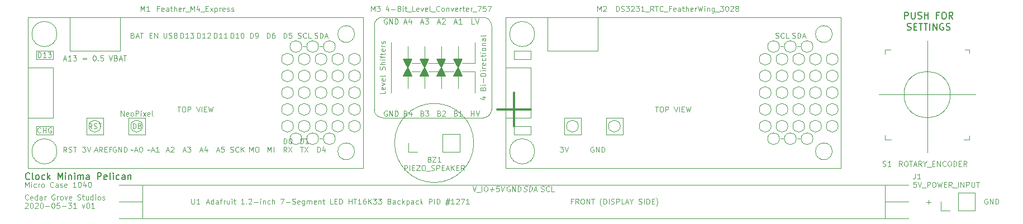
<source format=gto>
G04 #@! TF.GenerationSoftware,KiCad,Pcbnew,(5.1.6-0-10_14)*
G04 #@! TF.CreationDate,2020-05-31T20:42:27-07:00*
G04 #@! TF.ProjectId,Clock_MiniM4_Pelican,436c6f63-6b5f-44d6-996e-694d345f5065,v01*
G04 #@! TF.SameCoordinates,Original*
G04 #@! TF.FileFunction,Legend,Top*
G04 #@! TF.FilePolarity,Positive*
%FSLAX46Y46*%
G04 Gerber Fmt 4.6, Leading zero omitted, Abs format (unit mm)*
G04 Created by KiCad (PCBNEW (5.1.6-0-10_14)) date 2020-05-31 20:42:27*
%MOMM*%
%LPD*%
G01*
G04 APERTURE LIST*
%ADD10C,0.300000*%
%ADD11C,0.120000*%
%ADD12C,0.200000*%
%ADD13C,0.100000*%
%ADD14C,0.150000*%
G04 APERTURE END LIST*
D10*
X149860000Y-54610000D02*
X154940000Y-54610000D01*
X152400000Y-52070000D02*
X152400000Y-57150000D01*
D11*
X78373476Y-66401904D02*
X78373476Y-65601904D01*
X78640142Y-66173333D01*
X78906809Y-65601904D01*
X78906809Y-66401904D01*
X79287761Y-66401904D02*
X79287761Y-65868571D01*
X79287761Y-65601904D02*
X79249666Y-65640000D01*
X79287761Y-65678095D01*
X79325857Y-65640000D01*
X79287761Y-65601904D01*
X79287761Y-65678095D01*
X80011571Y-66363809D02*
X79935380Y-66401904D01*
X79783000Y-66401904D01*
X79706809Y-66363809D01*
X79668714Y-66325714D01*
X79630619Y-66249523D01*
X79630619Y-66020952D01*
X79668714Y-65944761D01*
X79706809Y-65906666D01*
X79783000Y-65868571D01*
X79935380Y-65868571D01*
X80011571Y-65906666D01*
X80354428Y-66401904D02*
X80354428Y-65868571D01*
X80354428Y-66020952D02*
X80392523Y-65944761D01*
X80430619Y-65906666D01*
X80506809Y-65868571D01*
X80583000Y-65868571D01*
X80963952Y-66401904D02*
X80887761Y-66363809D01*
X80849666Y-66325714D01*
X80811571Y-66249523D01*
X80811571Y-66020952D01*
X80849666Y-65944761D01*
X80887761Y-65906666D01*
X80963952Y-65868571D01*
X81078238Y-65868571D01*
X81154428Y-65906666D01*
X81192523Y-65944761D01*
X81230619Y-66020952D01*
X81230619Y-66249523D01*
X81192523Y-66325714D01*
X81154428Y-66363809D01*
X81078238Y-66401904D01*
X80963952Y-66401904D01*
X82640142Y-66325714D02*
X82602047Y-66363809D01*
X82487761Y-66401904D01*
X82411571Y-66401904D01*
X82297285Y-66363809D01*
X82221095Y-66287619D01*
X82183000Y-66211428D01*
X82144904Y-66059047D01*
X82144904Y-65944761D01*
X82183000Y-65792380D01*
X82221095Y-65716190D01*
X82297285Y-65640000D01*
X82411571Y-65601904D01*
X82487761Y-65601904D01*
X82602047Y-65640000D01*
X82640142Y-65678095D01*
X83325857Y-66401904D02*
X83325857Y-65982857D01*
X83287761Y-65906666D01*
X83211571Y-65868571D01*
X83059190Y-65868571D01*
X82983000Y-65906666D01*
X83325857Y-66363809D02*
X83249666Y-66401904D01*
X83059190Y-66401904D01*
X82983000Y-66363809D01*
X82944904Y-66287619D01*
X82944904Y-66211428D01*
X82983000Y-66135238D01*
X83059190Y-66097142D01*
X83249666Y-66097142D01*
X83325857Y-66059047D01*
X83668714Y-66363809D02*
X83744904Y-66401904D01*
X83897285Y-66401904D01*
X83973476Y-66363809D01*
X84011571Y-66287619D01*
X84011571Y-66249523D01*
X83973476Y-66173333D01*
X83897285Y-66135238D01*
X83783000Y-66135238D01*
X83706809Y-66097142D01*
X83668714Y-66020952D01*
X83668714Y-65982857D01*
X83706809Y-65906666D01*
X83783000Y-65868571D01*
X83897285Y-65868571D01*
X83973476Y-65906666D01*
X84659190Y-66363809D02*
X84583000Y-66401904D01*
X84430619Y-66401904D01*
X84354428Y-66363809D01*
X84316333Y-66287619D01*
X84316333Y-65982857D01*
X84354428Y-65906666D01*
X84430619Y-65868571D01*
X84583000Y-65868571D01*
X84659190Y-65906666D01*
X84697285Y-65982857D01*
X84697285Y-66059047D01*
X84316333Y-66135238D01*
X86068714Y-66401904D02*
X85611571Y-66401904D01*
X85840142Y-66401904D02*
X85840142Y-65601904D01*
X85763952Y-65716190D01*
X85687761Y-65792380D01*
X85611571Y-65830476D01*
X86563952Y-65601904D02*
X86640142Y-65601904D01*
X86716333Y-65640000D01*
X86754428Y-65678095D01*
X86792523Y-65754285D01*
X86830619Y-65906666D01*
X86830619Y-66097142D01*
X86792523Y-66249523D01*
X86754428Y-66325714D01*
X86716333Y-66363809D01*
X86640142Y-66401904D01*
X86563952Y-66401904D01*
X86487761Y-66363809D01*
X86449666Y-66325714D01*
X86411571Y-66249523D01*
X86373476Y-66097142D01*
X86373476Y-65906666D01*
X86411571Y-65754285D01*
X86449666Y-65678095D01*
X86487761Y-65640000D01*
X86563952Y-65601904D01*
X87516333Y-65868571D02*
X87516333Y-66401904D01*
X87325857Y-65563809D02*
X87135380Y-66135238D01*
X87630619Y-66135238D01*
X88087761Y-65601904D02*
X88163952Y-65601904D01*
X88240142Y-65640000D01*
X88278238Y-65678095D01*
X88316333Y-65754285D01*
X88354428Y-65906666D01*
X88354428Y-66097142D01*
X88316333Y-66249523D01*
X88278238Y-66325714D01*
X88240142Y-66363809D01*
X88163952Y-66401904D01*
X88087761Y-66401904D01*
X88011571Y-66363809D01*
X87973476Y-66325714D01*
X87935380Y-66249523D01*
X87897285Y-66097142D01*
X87897285Y-65906666D01*
X87935380Y-65754285D01*
X87973476Y-65678095D01*
X88011571Y-65640000D01*
X88087761Y-65601904D01*
D12*
X211645952Y-40877380D02*
X211645952Y-39877380D01*
X212026904Y-39877380D01*
X212122142Y-39925000D01*
X212169761Y-39972619D01*
X212217380Y-40067857D01*
X212217380Y-40210714D01*
X212169761Y-40305952D01*
X212122142Y-40353571D01*
X212026904Y-40401190D01*
X211645952Y-40401190D01*
X212645952Y-39877380D02*
X212645952Y-40686904D01*
X212693571Y-40782142D01*
X212741190Y-40829761D01*
X212836428Y-40877380D01*
X213026904Y-40877380D01*
X213122142Y-40829761D01*
X213169761Y-40782142D01*
X213217380Y-40686904D01*
X213217380Y-39877380D01*
X213645952Y-40829761D02*
X213788809Y-40877380D01*
X214026904Y-40877380D01*
X214122142Y-40829761D01*
X214169761Y-40782142D01*
X214217380Y-40686904D01*
X214217380Y-40591666D01*
X214169761Y-40496428D01*
X214122142Y-40448809D01*
X214026904Y-40401190D01*
X213836428Y-40353571D01*
X213741190Y-40305952D01*
X213693571Y-40258333D01*
X213645952Y-40163095D01*
X213645952Y-40067857D01*
X213693571Y-39972619D01*
X213741190Y-39925000D01*
X213836428Y-39877380D01*
X214074523Y-39877380D01*
X214217380Y-39925000D01*
X214645952Y-40877380D02*
X214645952Y-39877380D01*
X214645952Y-40353571D02*
X215217380Y-40353571D01*
X215217380Y-40877380D02*
X215217380Y-39877380D01*
X216788809Y-40353571D02*
X216455476Y-40353571D01*
X216455476Y-40877380D02*
X216455476Y-39877380D01*
X216931666Y-39877380D01*
X217503095Y-39877380D02*
X217693571Y-39877380D01*
X217788809Y-39925000D01*
X217884047Y-40020238D01*
X217931666Y-40210714D01*
X217931666Y-40544047D01*
X217884047Y-40734523D01*
X217788809Y-40829761D01*
X217693571Y-40877380D01*
X217503095Y-40877380D01*
X217407857Y-40829761D01*
X217312619Y-40734523D01*
X217265000Y-40544047D01*
X217265000Y-40210714D01*
X217312619Y-40020238D01*
X217407857Y-39925000D01*
X217503095Y-39877380D01*
X218931666Y-40877380D02*
X218598333Y-40401190D01*
X218360238Y-40877380D02*
X218360238Y-39877380D01*
X218741190Y-39877380D01*
X218836428Y-39925000D01*
X218884047Y-39972619D01*
X218931666Y-40067857D01*
X218931666Y-40210714D01*
X218884047Y-40305952D01*
X218836428Y-40353571D01*
X218741190Y-40401190D01*
X218360238Y-40401190D01*
X212026904Y-42529761D02*
X212169761Y-42577380D01*
X212407857Y-42577380D01*
X212503095Y-42529761D01*
X212550714Y-42482142D01*
X212598333Y-42386904D01*
X212598333Y-42291666D01*
X212550714Y-42196428D01*
X212503095Y-42148809D01*
X212407857Y-42101190D01*
X212217380Y-42053571D01*
X212122142Y-42005952D01*
X212074523Y-41958333D01*
X212026904Y-41863095D01*
X212026904Y-41767857D01*
X212074523Y-41672619D01*
X212122142Y-41625000D01*
X212217380Y-41577380D01*
X212455476Y-41577380D01*
X212598333Y-41625000D01*
X213026904Y-42053571D02*
X213360238Y-42053571D01*
X213503095Y-42577380D02*
X213026904Y-42577380D01*
X213026904Y-41577380D01*
X213503095Y-41577380D01*
X213788809Y-41577380D02*
X214360238Y-41577380D01*
X214074523Y-42577380D02*
X214074523Y-41577380D01*
X214550714Y-41577380D02*
X215122142Y-41577380D01*
X214836428Y-42577380D02*
X214836428Y-41577380D01*
X215455476Y-42577380D02*
X215455476Y-41577380D01*
X215931666Y-42577380D02*
X215931666Y-41577380D01*
X216503095Y-42577380D01*
X216503095Y-41577380D01*
X217503095Y-41625000D02*
X217407857Y-41577380D01*
X217265000Y-41577380D01*
X217122142Y-41625000D01*
X217026904Y-41720238D01*
X216979285Y-41815476D01*
X216931666Y-42005952D01*
X216931666Y-42148809D01*
X216979285Y-42339285D01*
X217026904Y-42434523D01*
X217122142Y-42529761D01*
X217265000Y-42577380D01*
X217360238Y-42577380D01*
X217503095Y-42529761D01*
X217550714Y-42482142D01*
X217550714Y-42148809D01*
X217360238Y-42148809D01*
X217931666Y-42529761D02*
X218074523Y-42577380D01*
X218312619Y-42577380D01*
X218407857Y-42529761D01*
X218455476Y-42482142D01*
X218503095Y-42386904D01*
X218503095Y-42291666D01*
X218455476Y-42196428D01*
X218407857Y-42148809D01*
X218312619Y-42101190D01*
X218122142Y-42053571D01*
X218026904Y-42005952D01*
X217979285Y-41958333D01*
X217931666Y-41863095D01*
X217931666Y-41767857D01*
X217979285Y-41672619D01*
X218026904Y-41625000D01*
X218122142Y-41577380D01*
X218360238Y-41577380D01*
X218503095Y-41625000D01*
D11*
X224180476Y-68180000D02*
X224104285Y-68141904D01*
X223990000Y-68141904D01*
X223875714Y-68180000D01*
X223799523Y-68256190D01*
X223761428Y-68332380D01*
X223723333Y-68484761D01*
X223723333Y-68599047D01*
X223761428Y-68751428D01*
X223799523Y-68827619D01*
X223875714Y-68903809D01*
X223990000Y-68941904D01*
X224066190Y-68941904D01*
X224180476Y-68903809D01*
X224218571Y-68865714D01*
X224218571Y-68599047D01*
X224066190Y-68599047D01*
X224561428Y-68941904D02*
X224561428Y-68141904D01*
X225018571Y-68941904D01*
X225018571Y-68141904D01*
X225399523Y-68941904D02*
X225399523Y-68141904D01*
X225590000Y-68141904D01*
X225704285Y-68180000D01*
X225780476Y-68256190D01*
X225818571Y-68332380D01*
X225856666Y-68484761D01*
X225856666Y-68599047D01*
X225818571Y-68751428D01*
X225780476Y-68827619D01*
X225704285Y-68903809D01*
X225590000Y-68941904D01*
X225399523Y-68941904D01*
X214960238Y-68637142D02*
X215569761Y-68637142D01*
X215265000Y-68941904D02*
X215265000Y-68332380D01*
X78335380Y-68853095D02*
X78373476Y-68815000D01*
X78449666Y-68776904D01*
X78640142Y-68776904D01*
X78716333Y-68815000D01*
X78754428Y-68853095D01*
X78792523Y-68929285D01*
X78792523Y-69005476D01*
X78754428Y-69119761D01*
X78297285Y-69576904D01*
X78792523Y-69576904D01*
X79287761Y-68776904D02*
X79363952Y-68776904D01*
X79440142Y-68815000D01*
X79478238Y-68853095D01*
X79516333Y-68929285D01*
X79554428Y-69081666D01*
X79554428Y-69272142D01*
X79516333Y-69424523D01*
X79478238Y-69500714D01*
X79440142Y-69538809D01*
X79363952Y-69576904D01*
X79287761Y-69576904D01*
X79211571Y-69538809D01*
X79173476Y-69500714D01*
X79135380Y-69424523D01*
X79097285Y-69272142D01*
X79097285Y-69081666D01*
X79135380Y-68929285D01*
X79173476Y-68853095D01*
X79211571Y-68815000D01*
X79287761Y-68776904D01*
X79859190Y-68853095D02*
X79897285Y-68815000D01*
X79973476Y-68776904D01*
X80163952Y-68776904D01*
X80240142Y-68815000D01*
X80278238Y-68853095D01*
X80316333Y-68929285D01*
X80316333Y-69005476D01*
X80278238Y-69119761D01*
X79821095Y-69576904D01*
X80316333Y-69576904D01*
X80811571Y-68776904D02*
X80887761Y-68776904D01*
X80963952Y-68815000D01*
X81002047Y-68853095D01*
X81040142Y-68929285D01*
X81078238Y-69081666D01*
X81078238Y-69272142D01*
X81040142Y-69424523D01*
X81002047Y-69500714D01*
X80963952Y-69538809D01*
X80887761Y-69576904D01*
X80811571Y-69576904D01*
X80735380Y-69538809D01*
X80697285Y-69500714D01*
X80659190Y-69424523D01*
X80621095Y-69272142D01*
X80621095Y-69081666D01*
X80659190Y-68929285D01*
X80697285Y-68853095D01*
X80735380Y-68815000D01*
X80811571Y-68776904D01*
X81421095Y-69272142D02*
X82030619Y-69272142D01*
X82563952Y-68776904D02*
X82640142Y-68776904D01*
X82716333Y-68815000D01*
X82754428Y-68853095D01*
X82792523Y-68929285D01*
X82830619Y-69081666D01*
X82830619Y-69272142D01*
X82792523Y-69424523D01*
X82754428Y-69500714D01*
X82716333Y-69538809D01*
X82640142Y-69576904D01*
X82563952Y-69576904D01*
X82487761Y-69538809D01*
X82449666Y-69500714D01*
X82411571Y-69424523D01*
X82373476Y-69272142D01*
X82373476Y-69081666D01*
X82411571Y-68929285D01*
X82449666Y-68853095D01*
X82487761Y-68815000D01*
X82563952Y-68776904D01*
X83554428Y-68776904D02*
X83173476Y-68776904D01*
X83135380Y-69157857D01*
X83173476Y-69119761D01*
X83249666Y-69081666D01*
X83440142Y-69081666D01*
X83516333Y-69119761D01*
X83554428Y-69157857D01*
X83592523Y-69234047D01*
X83592523Y-69424523D01*
X83554428Y-69500714D01*
X83516333Y-69538809D01*
X83440142Y-69576904D01*
X83249666Y-69576904D01*
X83173476Y-69538809D01*
X83135380Y-69500714D01*
X83935380Y-69272142D02*
X84544904Y-69272142D01*
X84849666Y-68776904D02*
X85344904Y-68776904D01*
X85078238Y-69081666D01*
X85192523Y-69081666D01*
X85268714Y-69119761D01*
X85306809Y-69157857D01*
X85344904Y-69234047D01*
X85344904Y-69424523D01*
X85306809Y-69500714D01*
X85268714Y-69538809D01*
X85192523Y-69576904D01*
X84963952Y-69576904D01*
X84887761Y-69538809D01*
X84849666Y-69500714D01*
X86106809Y-69576904D02*
X85649666Y-69576904D01*
X85878238Y-69576904D02*
X85878238Y-68776904D01*
X85802047Y-68891190D01*
X85725857Y-68967380D01*
X85649666Y-69005476D01*
X86983000Y-69043571D02*
X87173476Y-69576904D01*
X87363952Y-69043571D01*
X87821095Y-68776904D02*
X87897285Y-68776904D01*
X87973476Y-68815000D01*
X88011571Y-68853095D01*
X88049666Y-68929285D01*
X88087761Y-69081666D01*
X88087761Y-69272142D01*
X88049666Y-69424523D01*
X88011571Y-69500714D01*
X87973476Y-69538809D01*
X87897285Y-69576904D01*
X87821095Y-69576904D01*
X87744904Y-69538809D01*
X87706809Y-69500714D01*
X87668714Y-69424523D01*
X87630619Y-69272142D01*
X87630619Y-69081666D01*
X87668714Y-68929285D01*
X87706809Y-68853095D01*
X87744904Y-68815000D01*
X87821095Y-68776904D01*
X88849666Y-69576904D02*
X88392523Y-69576904D01*
X88621095Y-69576904D02*
X88621095Y-68776904D01*
X88544904Y-68891190D01*
X88468714Y-68967380D01*
X88392523Y-69005476D01*
D12*
X79044523Y-65127142D02*
X78996904Y-65174761D01*
X78854047Y-65222380D01*
X78758809Y-65222380D01*
X78615952Y-65174761D01*
X78520714Y-65079523D01*
X78473095Y-64984285D01*
X78425476Y-64793809D01*
X78425476Y-64650952D01*
X78473095Y-64460476D01*
X78520714Y-64365238D01*
X78615952Y-64270000D01*
X78758809Y-64222380D01*
X78854047Y-64222380D01*
X78996904Y-64270000D01*
X79044523Y-64317619D01*
X79615952Y-65222380D02*
X79520714Y-65174761D01*
X79473095Y-65079523D01*
X79473095Y-64222380D01*
X80139761Y-65222380D02*
X80044523Y-65174761D01*
X79996904Y-65127142D01*
X79949285Y-65031904D01*
X79949285Y-64746190D01*
X79996904Y-64650952D01*
X80044523Y-64603333D01*
X80139761Y-64555714D01*
X80282619Y-64555714D01*
X80377857Y-64603333D01*
X80425476Y-64650952D01*
X80473095Y-64746190D01*
X80473095Y-65031904D01*
X80425476Y-65127142D01*
X80377857Y-65174761D01*
X80282619Y-65222380D01*
X80139761Y-65222380D01*
X81330238Y-65174761D02*
X81235000Y-65222380D01*
X81044523Y-65222380D01*
X80949285Y-65174761D01*
X80901666Y-65127142D01*
X80854047Y-65031904D01*
X80854047Y-64746190D01*
X80901666Y-64650952D01*
X80949285Y-64603333D01*
X81044523Y-64555714D01*
X81235000Y-64555714D01*
X81330238Y-64603333D01*
X81758809Y-65222380D02*
X81758809Y-64222380D01*
X81854047Y-64841428D02*
X82139761Y-65222380D01*
X82139761Y-64555714D02*
X81758809Y-64936666D01*
X83330238Y-65222380D02*
X83330238Y-64222380D01*
X83663571Y-64936666D01*
X83996904Y-64222380D01*
X83996904Y-65222380D01*
X84473095Y-65222380D02*
X84473095Y-64555714D01*
X84473095Y-64222380D02*
X84425476Y-64270000D01*
X84473095Y-64317619D01*
X84520714Y-64270000D01*
X84473095Y-64222380D01*
X84473095Y-64317619D01*
X84949285Y-64555714D02*
X84949285Y-65222380D01*
X84949285Y-64650952D02*
X84996904Y-64603333D01*
X85092142Y-64555714D01*
X85235000Y-64555714D01*
X85330238Y-64603333D01*
X85377857Y-64698571D01*
X85377857Y-65222380D01*
X85854047Y-65222380D02*
X85854047Y-64555714D01*
X85854047Y-64222380D02*
X85806428Y-64270000D01*
X85854047Y-64317619D01*
X85901666Y-64270000D01*
X85854047Y-64222380D01*
X85854047Y-64317619D01*
X86330238Y-65222380D02*
X86330238Y-64555714D01*
X86330238Y-64650952D02*
X86377857Y-64603333D01*
X86473095Y-64555714D01*
X86615952Y-64555714D01*
X86711190Y-64603333D01*
X86758809Y-64698571D01*
X86758809Y-65222380D01*
X86758809Y-64698571D02*
X86806428Y-64603333D01*
X86901666Y-64555714D01*
X87044523Y-64555714D01*
X87139761Y-64603333D01*
X87187380Y-64698571D01*
X87187380Y-65222380D01*
X88092142Y-65222380D02*
X88092142Y-64698571D01*
X88044523Y-64603333D01*
X87949285Y-64555714D01*
X87758809Y-64555714D01*
X87663571Y-64603333D01*
X88092142Y-65174761D02*
X87996904Y-65222380D01*
X87758809Y-65222380D01*
X87663571Y-65174761D01*
X87615952Y-65079523D01*
X87615952Y-64984285D01*
X87663571Y-64889047D01*
X87758809Y-64841428D01*
X87996904Y-64841428D01*
X88092142Y-64793809D01*
X89330238Y-65222380D02*
X89330238Y-64222380D01*
X89711190Y-64222380D01*
X89806428Y-64270000D01*
X89854047Y-64317619D01*
X89901666Y-64412857D01*
X89901666Y-64555714D01*
X89854047Y-64650952D01*
X89806428Y-64698571D01*
X89711190Y-64746190D01*
X89330238Y-64746190D01*
X90711190Y-65174761D02*
X90615952Y-65222380D01*
X90425476Y-65222380D01*
X90330238Y-65174761D01*
X90282619Y-65079523D01*
X90282619Y-64698571D01*
X90330238Y-64603333D01*
X90425476Y-64555714D01*
X90615952Y-64555714D01*
X90711190Y-64603333D01*
X90758809Y-64698571D01*
X90758809Y-64793809D01*
X90282619Y-64889047D01*
X91330238Y-65222380D02*
X91235000Y-65174761D01*
X91187380Y-65079523D01*
X91187380Y-64222380D01*
X91711190Y-65222380D02*
X91711190Y-64555714D01*
X91711190Y-64222380D02*
X91663571Y-64270000D01*
X91711190Y-64317619D01*
X91758809Y-64270000D01*
X91711190Y-64222380D01*
X91711190Y-64317619D01*
X92615952Y-65174761D02*
X92520714Y-65222380D01*
X92330238Y-65222380D01*
X92235000Y-65174761D01*
X92187380Y-65127142D01*
X92139761Y-65031904D01*
X92139761Y-64746190D01*
X92187380Y-64650952D01*
X92235000Y-64603333D01*
X92330238Y-64555714D01*
X92520714Y-64555714D01*
X92615952Y-64603333D01*
X93473095Y-65222380D02*
X93473095Y-64698571D01*
X93425476Y-64603333D01*
X93330238Y-64555714D01*
X93139761Y-64555714D01*
X93044523Y-64603333D01*
X93473095Y-65174761D02*
X93377857Y-65222380D01*
X93139761Y-65222380D01*
X93044523Y-65174761D01*
X92996904Y-65079523D01*
X92996904Y-64984285D01*
X93044523Y-64889047D01*
X93139761Y-64841428D01*
X93377857Y-64841428D01*
X93473095Y-64793809D01*
X93949285Y-64555714D02*
X93949285Y-65222380D01*
X93949285Y-64650952D02*
X93996904Y-64603333D01*
X94092142Y-64555714D01*
X94235000Y-64555714D01*
X94330238Y-64603333D01*
X94377857Y-64698571D01*
X94377857Y-65222380D01*
D11*
X78830619Y-68230714D02*
X78792523Y-68268809D01*
X78678238Y-68306904D01*
X78602047Y-68306904D01*
X78487761Y-68268809D01*
X78411571Y-68192619D01*
X78373476Y-68116428D01*
X78335380Y-67964047D01*
X78335380Y-67849761D01*
X78373476Y-67697380D01*
X78411571Y-67621190D01*
X78487761Y-67545000D01*
X78602047Y-67506904D01*
X78678238Y-67506904D01*
X78792523Y-67545000D01*
X78830619Y-67583095D01*
X79478238Y-68268809D02*
X79402047Y-68306904D01*
X79249666Y-68306904D01*
X79173476Y-68268809D01*
X79135380Y-68192619D01*
X79135380Y-67887857D01*
X79173476Y-67811666D01*
X79249666Y-67773571D01*
X79402047Y-67773571D01*
X79478238Y-67811666D01*
X79516333Y-67887857D01*
X79516333Y-67964047D01*
X79135380Y-68040238D01*
X80202047Y-68306904D02*
X80202047Y-67506904D01*
X80202047Y-68268809D02*
X80125857Y-68306904D01*
X79973476Y-68306904D01*
X79897285Y-68268809D01*
X79859190Y-68230714D01*
X79821095Y-68154523D01*
X79821095Y-67925952D01*
X79859190Y-67849761D01*
X79897285Y-67811666D01*
X79973476Y-67773571D01*
X80125857Y-67773571D01*
X80202047Y-67811666D01*
X80925857Y-68306904D02*
X80925857Y-67887857D01*
X80887761Y-67811666D01*
X80811571Y-67773571D01*
X80659190Y-67773571D01*
X80583000Y-67811666D01*
X80925857Y-68268809D02*
X80849666Y-68306904D01*
X80659190Y-68306904D01*
X80583000Y-68268809D01*
X80544904Y-68192619D01*
X80544904Y-68116428D01*
X80583000Y-68040238D01*
X80659190Y-68002142D01*
X80849666Y-68002142D01*
X80925857Y-67964047D01*
X81306809Y-68306904D02*
X81306809Y-67773571D01*
X81306809Y-67925952D02*
X81344904Y-67849761D01*
X81383000Y-67811666D01*
X81459190Y-67773571D01*
X81535380Y-67773571D01*
X82830619Y-67545000D02*
X82754428Y-67506904D01*
X82640142Y-67506904D01*
X82525857Y-67545000D01*
X82449666Y-67621190D01*
X82411571Y-67697380D01*
X82373476Y-67849761D01*
X82373476Y-67964047D01*
X82411571Y-68116428D01*
X82449666Y-68192619D01*
X82525857Y-68268809D01*
X82640142Y-68306904D01*
X82716333Y-68306904D01*
X82830619Y-68268809D01*
X82868714Y-68230714D01*
X82868714Y-67964047D01*
X82716333Y-67964047D01*
X83211571Y-68306904D02*
X83211571Y-67773571D01*
X83211571Y-67925952D02*
X83249666Y-67849761D01*
X83287761Y-67811666D01*
X83363952Y-67773571D01*
X83440142Y-67773571D01*
X83821095Y-68306904D02*
X83744904Y-68268809D01*
X83706809Y-68230714D01*
X83668714Y-68154523D01*
X83668714Y-67925952D01*
X83706809Y-67849761D01*
X83744904Y-67811666D01*
X83821095Y-67773571D01*
X83935380Y-67773571D01*
X84011571Y-67811666D01*
X84049666Y-67849761D01*
X84087761Y-67925952D01*
X84087761Y-68154523D01*
X84049666Y-68230714D01*
X84011571Y-68268809D01*
X83935380Y-68306904D01*
X83821095Y-68306904D01*
X84354428Y-67773571D02*
X84544904Y-68306904D01*
X84735380Y-67773571D01*
X85344904Y-68268809D02*
X85268714Y-68306904D01*
X85116333Y-68306904D01*
X85040142Y-68268809D01*
X85002047Y-68192619D01*
X85002047Y-67887857D01*
X85040142Y-67811666D01*
X85116333Y-67773571D01*
X85268714Y-67773571D01*
X85344904Y-67811666D01*
X85383000Y-67887857D01*
X85383000Y-67964047D01*
X85002047Y-68040238D01*
X86297285Y-68268809D02*
X86411571Y-68306904D01*
X86602047Y-68306904D01*
X86678238Y-68268809D01*
X86716333Y-68230714D01*
X86754428Y-68154523D01*
X86754428Y-68078333D01*
X86716333Y-68002142D01*
X86678238Y-67964047D01*
X86602047Y-67925952D01*
X86449666Y-67887857D01*
X86373476Y-67849761D01*
X86335380Y-67811666D01*
X86297285Y-67735476D01*
X86297285Y-67659285D01*
X86335380Y-67583095D01*
X86373476Y-67545000D01*
X86449666Y-67506904D01*
X86640142Y-67506904D01*
X86754428Y-67545000D01*
X86983000Y-67773571D02*
X87287761Y-67773571D01*
X87097285Y-67506904D02*
X87097285Y-68192619D01*
X87135380Y-68268809D01*
X87211571Y-68306904D01*
X87287761Y-68306904D01*
X87897285Y-67773571D02*
X87897285Y-68306904D01*
X87554428Y-67773571D02*
X87554428Y-68192619D01*
X87592523Y-68268809D01*
X87668714Y-68306904D01*
X87783000Y-68306904D01*
X87859190Y-68268809D01*
X87897285Y-68230714D01*
X88621095Y-68306904D02*
X88621095Y-67506904D01*
X88621095Y-68268809D02*
X88544904Y-68306904D01*
X88392523Y-68306904D01*
X88316333Y-68268809D01*
X88278238Y-68230714D01*
X88240142Y-68154523D01*
X88240142Y-67925952D01*
X88278238Y-67849761D01*
X88316333Y-67811666D01*
X88392523Y-67773571D01*
X88544904Y-67773571D01*
X88621095Y-67811666D01*
X89002047Y-68306904D02*
X89002047Y-67773571D01*
X89002047Y-67506904D02*
X88963952Y-67545000D01*
X89002047Y-67583095D01*
X89040142Y-67545000D01*
X89002047Y-67506904D01*
X89002047Y-67583095D01*
X89497285Y-68306904D02*
X89421095Y-68268809D01*
X89383000Y-68230714D01*
X89344904Y-68154523D01*
X89344904Y-67925952D01*
X89383000Y-67849761D01*
X89421095Y-67811666D01*
X89497285Y-67773571D01*
X89611571Y-67773571D01*
X89687761Y-67811666D01*
X89725857Y-67849761D01*
X89763952Y-67925952D01*
X89763952Y-68154523D01*
X89725857Y-68230714D01*
X89687761Y-68268809D01*
X89611571Y-68306904D01*
X89497285Y-68306904D01*
X90068714Y-68268809D02*
X90144904Y-68306904D01*
X90297285Y-68306904D01*
X90373476Y-68268809D01*
X90411571Y-68192619D01*
X90411571Y-68154523D01*
X90373476Y-68078333D01*
X90297285Y-68040238D01*
X90183000Y-68040238D01*
X90106809Y-68002142D01*
X90068714Y-67925952D01*
X90068714Y-67887857D01*
X90106809Y-67811666D01*
X90183000Y-67773571D01*
X90297285Y-67773571D01*
X90373476Y-67811666D01*
D13*
X92583000Y-66040000D02*
X152400000Y-66040000D01*
X152400000Y-66040000D02*
X212217000Y-66040000D01*
X96139000Y-66040000D02*
X96139000Y-71120000D01*
X96139000Y-68580000D02*
X92583000Y-68580000D01*
X208661000Y-66040000D02*
X208661000Y-71120000D01*
X212217000Y-68580000D02*
X208661000Y-68580000D01*
X92583000Y-71120000D02*
X212217000Y-71120000D01*
X149031666Y-41910000D02*
X149031666Y-54610000D01*
X147761666Y-55880000D02*
X132521666Y-55880000D01*
X131251666Y-54610000D02*
X131251666Y-41910000D01*
X132521666Y-40640000D02*
X147761666Y-40640000D01*
D14*
G36*
X144586666Y-46990000D02*
G01*
X143316666Y-46990000D01*
X143951666Y-48260000D01*
X144586666Y-46990000D01*
G37*
X144586666Y-46990000D02*
X143316666Y-46990000D01*
X143951666Y-48260000D01*
X144586666Y-46990000D01*
G36*
X143951666Y-48260000D02*
G01*
X144586666Y-49530000D01*
X143316666Y-49530000D01*
X143951666Y-48260000D01*
G37*
X143951666Y-48260000D02*
X144586666Y-49530000D01*
X143316666Y-49530000D01*
X143951666Y-48260000D01*
G36*
X141411666Y-48260000D02*
G01*
X142046666Y-49530000D01*
X140776666Y-49530000D01*
X141411666Y-48260000D01*
G37*
X141411666Y-48260000D02*
X142046666Y-49530000D01*
X140776666Y-49530000D01*
X141411666Y-48260000D01*
G36*
X142046666Y-46990000D02*
G01*
X140776666Y-46990000D01*
X141411666Y-48260000D01*
X142046666Y-46990000D01*
G37*
X142046666Y-46990000D02*
X140776666Y-46990000D01*
X141411666Y-48260000D01*
X142046666Y-46990000D01*
G36*
X138871666Y-48260000D02*
G01*
X139506666Y-49530000D01*
X138236666Y-49530000D01*
X138871666Y-48260000D01*
G37*
X138871666Y-48260000D02*
X139506666Y-49530000D01*
X138236666Y-49530000D01*
X138871666Y-48260000D01*
G36*
X139506666Y-46990000D02*
G01*
X138236666Y-46990000D01*
X138871666Y-48260000D01*
X139506666Y-46990000D01*
G37*
X139506666Y-46990000D02*
X138236666Y-46990000D01*
X138871666Y-48260000D01*
X139506666Y-46990000D01*
G36*
X136331666Y-48260000D02*
G01*
X136966666Y-49530000D01*
X135696666Y-49530000D01*
X136331666Y-48260000D01*
G37*
X136331666Y-48260000D02*
X136966666Y-49530000D01*
X135696666Y-49530000D01*
X136331666Y-48260000D01*
G36*
X136966666Y-46990000D02*
G01*
X135696666Y-46990000D01*
X136331666Y-48260000D01*
X136966666Y-46990000D01*
G37*
X136966666Y-46990000D02*
X135696666Y-46990000D01*
X136331666Y-48260000D01*
X136966666Y-46990000D01*
D13*
X133791666Y-44450000D02*
X133791666Y-52070000D01*
X146491666Y-44450000D02*
X146491666Y-47625000D01*
X146491666Y-47625000D02*
X144586666Y-47625000D01*
X144586666Y-48895000D02*
X146491666Y-48895000D01*
X146491666Y-48895000D02*
X146491666Y-52070000D01*
X143951666Y-45085000D02*
X143951666Y-51435000D01*
X141411666Y-45085000D02*
X141411666Y-51435000D01*
X138871666Y-45085000D02*
X138871666Y-51435000D01*
X136331666Y-45085000D02*
X136331666Y-51435000D01*
X136966666Y-48895000D02*
X138236666Y-48895000D01*
X139506666Y-48895000D02*
X140776666Y-48895000D01*
X140776666Y-48895000D02*
X142046666Y-48895000D01*
X142046666Y-48895000D02*
X143316666Y-48895000D01*
X142046666Y-47625000D02*
X140776666Y-47625000D01*
X140776666Y-47625000D02*
X139506666Y-47625000D01*
X138236666Y-47625000D02*
X136966666Y-47625000D01*
X142046666Y-47625000D02*
X143316666Y-47625000D01*
X149031666Y-54610000D02*
G75*
G02*
X147761666Y-55880000I-1270000J0D01*
G01*
X147761666Y-40640000D02*
G75*
G02*
X149031666Y-41910000I0J-1270000D01*
G01*
X131251666Y-41910000D02*
G75*
G02*
X132521666Y-40640000I1270000J0D01*
G01*
X132521666Y-55880000D02*
G75*
G02*
X131251666Y-54610000I0J1270000D01*
G01*
X195326000Y-59055000D02*
X195834000Y-59055000D01*
X192786000Y-59055000D02*
X193294000Y-59055000D01*
X195326000Y-45085000D02*
X195834000Y-45085000D01*
X192786000Y-45085000D02*
X193294000Y-45085000D01*
X196478026Y-57150000D02*
G75*
G03*
X196478026Y-57150000I-898026J0D01*
G01*
X199018026Y-57150000D02*
G75*
G03*
X199018026Y-57150000I-898026J0D01*
G01*
X193938026Y-57150000D02*
G75*
G03*
X193938026Y-57150000I-898026J0D01*
G01*
X191398026Y-57150000D02*
G75*
G03*
X191398026Y-57150000I-898026J0D01*
G01*
X201558026Y-57150000D02*
G75*
G03*
X201558026Y-57150000I-898026J0D01*
G01*
X199018026Y-54610000D02*
G75*
G03*
X199018026Y-54610000I-898026J0D01*
G01*
X196478026Y-54610000D02*
G75*
G03*
X196478026Y-54610000I-898026J0D01*
G01*
X193938026Y-54610000D02*
G75*
G03*
X193938026Y-54610000I-898026J0D01*
G01*
X191398026Y-54610000D02*
G75*
G03*
X191398026Y-54610000I-898026J0D01*
G01*
X193938026Y-52070000D02*
G75*
G03*
X193938026Y-52070000I-898026J0D01*
G01*
X201558026Y-54610000D02*
G75*
G03*
X201558026Y-54610000I-898026J0D01*
G01*
X191398026Y-52070000D02*
G75*
G03*
X191398026Y-52070000I-898026J0D01*
G01*
X196478026Y-52070000D02*
G75*
G03*
X196478026Y-52070000I-898026J0D01*
G01*
X199018026Y-52070000D02*
G75*
G03*
X199018026Y-52070000I-898026J0D01*
G01*
X201558026Y-52070000D02*
G75*
G03*
X201558026Y-52070000I-898026J0D01*
G01*
X193938026Y-49530000D02*
G75*
G03*
X193938026Y-49530000I-898026J0D01*
G01*
X191398026Y-49530000D02*
G75*
G03*
X191398026Y-49530000I-898026J0D01*
G01*
X196478026Y-49530000D02*
G75*
G03*
X196478026Y-49530000I-898026J0D01*
G01*
X199018026Y-49530000D02*
G75*
G03*
X199018026Y-49530000I-898026J0D01*
G01*
X201558026Y-49530000D02*
G75*
G03*
X201558026Y-49530000I-898026J0D01*
G01*
X191398026Y-46990000D02*
G75*
G03*
X191398026Y-46990000I-898026J0D01*
G01*
X193938026Y-46990000D02*
G75*
G03*
X193938026Y-46990000I-898026J0D01*
G01*
X199018026Y-46990000D02*
G75*
G03*
X199018026Y-46990000I-898026J0D01*
G01*
X196478026Y-46990000D02*
G75*
G03*
X196478026Y-46990000I-898026J0D01*
G01*
X201558026Y-46990000D02*
G75*
G03*
X201558026Y-46990000I-898026J0D01*
G01*
X197748026Y-59055000D02*
G75*
G03*
X197748026Y-59055000I-898026J0D01*
G01*
X192668026Y-59055000D02*
G75*
G03*
X192668026Y-59055000I-898026J0D01*
G01*
X195208026Y-59055000D02*
G75*
G03*
X195208026Y-59055000I-898026J0D01*
G01*
X197748026Y-45085000D02*
G75*
G03*
X197748026Y-45085000I-898026J0D01*
G01*
X195208026Y-45085000D02*
G75*
G03*
X195208026Y-45085000I-898026J0D01*
G01*
X192668026Y-45085000D02*
G75*
G03*
X192668026Y-45085000I-898026J0D01*
G01*
X166370000Y-55880000D02*
X166370000Y-58420000D01*
X168538026Y-57150000D02*
G75*
G03*
X168538026Y-57150000I-898026J0D01*
G01*
X168910000Y-55880000D02*
X166370000Y-55880000D01*
X166370000Y-58420000D02*
X168910000Y-58420000D01*
X168910000Y-58420000D02*
X168910000Y-55880000D01*
X152400000Y-58420000D02*
X152400000Y-57150000D01*
X154940000Y-58420000D02*
X152400000Y-58420000D01*
X152400000Y-57150000D02*
X154940000Y-57150000D01*
X154940000Y-57150000D02*
X154940000Y-58420000D01*
X152400000Y-46990000D02*
X152400000Y-45720000D01*
X154940000Y-46990000D02*
X152400000Y-46990000D01*
X154940000Y-45720000D02*
X154940000Y-46990000D01*
X152400000Y-45720000D02*
X154940000Y-45720000D01*
X151130000Y-40640000D02*
X201930000Y-40640000D01*
X201930000Y-40640000D02*
X201930000Y-63500000D01*
X201930000Y-63500000D02*
X151130000Y-63500000D01*
X151130000Y-63500000D02*
X151130000Y-40640000D01*
X200660000Y-43180000D02*
G75*
G03*
X200660000Y-43180000I-1270000J0D01*
G01*
X200660000Y-60960000D02*
G75*
G03*
X200660000Y-60960000I-1270000J0D01*
G01*
X155575000Y-60960000D02*
G75*
G03*
X155575000Y-60960000I-1905000J0D01*
G01*
X155575000Y-43180000D02*
G75*
G03*
X155575000Y-43180000I-1905000J0D01*
G01*
X160020000Y-55880000D02*
X160020000Y-58420000D01*
X160020000Y-58420000D02*
X162560000Y-58420000D01*
X162560000Y-58420000D02*
X162560000Y-55880000D01*
X162560000Y-55880000D02*
X160020000Y-55880000D01*
X162188026Y-57150000D02*
G75*
G03*
X162188026Y-57150000I-898026J0D01*
G01*
X151130000Y-48260000D02*
X154940000Y-48260000D01*
X154940000Y-48260000D02*
X154940000Y-55880000D01*
X154940000Y-55880000D02*
X151130000Y-55880000D01*
X157480000Y-40640000D02*
X157480000Y-45720000D01*
X157480000Y-45720000D02*
X165100000Y-45720000D01*
X165100000Y-45720000D02*
X165100000Y-40640000D01*
D11*
X136465000Y-61020000D02*
X136465000Y-59690000D01*
X137795000Y-61020000D02*
X136465000Y-61020000D01*
X141605000Y-58360000D02*
X141605000Y-61020000D01*
X144205000Y-58360000D02*
X141605000Y-58360000D01*
X144205000Y-61020000D02*
X144205000Y-58360000D01*
X141605000Y-61020000D02*
X144205000Y-61020000D01*
X146335000Y-59690000D02*
G75*
G03*
X146335000Y-59690000I-6000000J0D01*
G01*
X222310000Y-69910000D02*
X222310000Y-67250000D01*
X219710000Y-69910000D02*
X222310000Y-69910000D01*
X219710000Y-67250000D02*
X222310000Y-67250000D01*
X219710000Y-69910000D02*
X219710000Y-67250000D01*
X218440000Y-69910000D02*
X217110000Y-69910000D01*
X217110000Y-69910000D02*
X217110000Y-68580000D01*
D13*
X218562834Y-52370000D02*
G75*
G03*
X218562834Y-52370000I-3512834J0D01*
G01*
X207750000Y-52370000D02*
X222350000Y-52370000D01*
X215050000Y-61170000D02*
X215050000Y-44170000D01*
X221425000Y-45545000D02*
X221425000Y-46045000D01*
X220725000Y-45545000D02*
X221425000Y-45545000D01*
X221425000Y-59195000D02*
X220625000Y-59195000D01*
X221425000Y-58620000D02*
X221425000Y-59195000D01*
X208675000Y-45545000D02*
X208675000Y-46220000D01*
X209525000Y-45545000D02*
X208675000Y-45545000D01*
X208675000Y-59195000D02*
X208675000Y-58520000D01*
X209625000Y-59195000D02*
X208675000Y-59195000D01*
X122936000Y-59055000D02*
X123444000Y-59055000D01*
X120396000Y-59055000D02*
X120904000Y-59055000D01*
X122936000Y-45085000D02*
X123444000Y-45085000D01*
X120396000Y-45085000D02*
X120904000Y-45085000D01*
X124088026Y-57150000D02*
G75*
G03*
X124088026Y-57150000I-898026J0D01*
G01*
X126628026Y-57150000D02*
G75*
G03*
X126628026Y-57150000I-898026J0D01*
G01*
X121548026Y-57150000D02*
G75*
G03*
X121548026Y-57150000I-898026J0D01*
G01*
X119008026Y-57150000D02*
G75*
G03*
X119008026Y-57150000I-898026J0D01*
G01*
X129168026Y-57150000D02*
G75*
G03*
X129168026Y-57150000I-898026J0D01*
G01*
X126628026Y-54610000D02*
G75*
G03*
X126628026Y-54610000I-898026J0D01*
G01*
X124088026Y-54610000D02*
G75*
G03*
X124088026Y-54610000I-898026J0D01*
G01*
X121548026Y-54610000D02*
G75*
G03*
X121548026Y-54610000I-898026J0D01*
G01*
X119008026Y-54610000D02*
G75*
G03*
X119008026Y-54610000I-898026J0D01*
G01*
X121548026Y-52070000D02*
G75*
G03*
X121548026Y-52070000I-898026J0D01*
G01*
X129168026Y-54610000D02*
G75*
G03*
X129168026Y-54610000I-898026J0D01*
G01*
X119008026Y-52070000D02*
G75*
G03*
X119008026Y-52070000I-898026J0D01*
G01*
X124088026Y-52070000D02*
G75*
G03*
X124088026Y-52070000I-898026J0D01*
G01*
X126628026Y-52070000D02*
G75*
G03*
X126628026Y-52070000I-898026J0D01*
G01*
X129168026Y-52070000D02*
G75*
G03*
X129168026Y-52070000I-898026J0D01*
G01*
X121548026Y-49530000D02*
G75*
G03*
X121548026Y-49530000I-898026J0D01*
G01*
X119008026Y-49530000D02*
G75*
G03*
X119008026Y-49530000I-898026J0D01*
G01*
X124088026Y-49530000D02*
G75*
G03*
X124088026Y-49530000I-898026J0D01*
G01*
X126628026Y-49530000D02*
G75*
G03*
X126628026Y-49530000I-898026J0D01*
G01*
X129168026Y-49530000D02*
G75*
G03*
X129168026Y-49530000I-898026J0D01*
G01*
X119008026Y-46990000D02*
G75*
G03*
X119008026Y-46990000I-898026J0D01*
G01*
X121548026Y-46990000D02*
G75*
G03*
X121548026Y-46990000I-898026J0D01*
G01*
X126628026Y-46990000D02*
G75*
G03*
X126628026Y-46990000I-898026J0D01*
G01*
X124088026Y-46990000D02*
G75*
G03*
X124088026Y-46990000I-898026J0D01*
G01*
X129168026Y-46990000D02*
G75*
G03*
X129168026Y-46990000I-898026J0D01*
G01*
X125358026Y-59055000D02*
G75*
G03*
X125358026Y-59055000I-898026J0D01*
G01*
X120278026Y-59055000D02*
G75*
G03*
X120278026Y-59055000I-898026J0D01*
G01*
X122818026Y-59055000D02*
G75*
G03*
X122818026Y-59055000I-898026J0D01*
G01*
X125358026Y-45085000D02*
G75*
G03*
X125358026Y-45085000I-898026J0D01*
G01*
X122818026Y-45085000D02*
G75*
G03*
X122818026Y-45085000I-898026J0D01*
G01*
X120278026Y-45085000D02*
G75*
G03*
X120278026Y-45085000I-898026J0D01*
G01*
X93980000Y-55880000D02*
X93980000Y-58420000D01*
X96148026Y-57150000D02*
G75*
G03*
X96148026Y-57150000I-898026J0D01*
G01*
X96520000Y-55880000D02*
X93980000Y-55880000D01*
X93980000Y-58420000D02*
X96520000Y-58420000D01*
X96520000Y-58420000D02*
X96520000Y-55880000D01*
X80010000Y-58420000D02*
X80010000Y-57150000D01*
X82550000Y-58420000D02*
X80010000Y-58420000D01*
X80010000Y-57150000D02*
X82550000Y-57150000D01*
X82550000Y-57150000D02*
X82550000Y-58420000D01*
X80010000Y-46990000D02*
X80010000Y-45720000D01*
X82550000Y-46990000D02*
X80010000Y-46990000D01*
X82550000Y-45720000D02*
X82550000Y-46990000D01*
X80010000Y-45720000D02*
X82550000Y-45720000D01*
X78740000Y-40640000D02*
X129540000Y-40640000D01*
X129540000Y-40640000D02*
X129540000Y-63500000D01*
X129540000Y-63500000D02*
X78740000Y-63500000D01*
X78740000Y-63500000D02*
X78740000Y-40640000D01*
X128270000Y-43180000D02*
G75*
G03*
X128270000Y-43180000I-1270000J0D01*
G01*
X128270000Y-60960000D02*
G75*
G03*
X128270000Y-60960000I-1270000J0D01*
G01*
X83185000Y-60960000D02*
G75*
G03*
X83185000Y-60960000I-1905000J0D01*
G01*
X83185000Y-43180000D02*
G75*
G03*
X83185000Y-43180000I-1905000J0D01*
G01*
X87630000Y-55880000D02*
X87630000Y-58420000D01*
X87630000Y-58420000D02*
X90170000Y-58420000D01*
X90170000Y-58420000D02*
X90170000Y-55880000D01*
X90170000Y-55880000D02*
X87630000Y-55880000D01*
X89798026Y-57150000D02*
G75*
G03*
X89798026Y-57150000I-898026J0D01*
G01*
X78740000Y-48260000D02*
X82550000Y-48260000D01*
X82550000Y-48260000D02*
X82550000Y-55880000D01*
X82550000Y-55880000D02*
X78740000Y-55880000D01*
X85090000Y-40640000D02*
X85090000Y-45720000D01*
X85090000Y-45720000D02*
X92710000Y-45720000D01*
X92710000Y-45720000D02*
X92710000Y-40640000D01*
D11*
X103530476Y-68141904D02*
X103530476Y-68789523D01*
X103568571Y-68865714D01*
X103606666Y-68903809D01*
X103682857Y-68941904D01*
X103835238Y-68941904D01*
X103911428Y-68903809D01*
X103949523Y-68865714D01*
X103987619Y-68789523D01*
X103987619Y-68141904D01*
X104787619Y-68941904D02*
X104330476Y-68941904D01*
X104559047Y-68941904D02*
X104559047Y-68141904D01*
X104482857Y-68256190D01*
X104406666Y-68332380D01*
X104330476Y-68370476D01*
X161354285Y-68522857D02*
X161087619Y-68522857D01*
X161087619Y-68941904D02*
X161087619Y-68141904D01*
X161468571Y-68141904D01*
X162230476Y-68941904D02*
X161963809Y-68560952D01*
X161773333Y-68941904D02*
X161773333Y-68141904D01*
X162078095Y-68141904D01*
X162154285Y-68180000D01*
X162192380Y-68218095D01*
X162230476Y-68294285D01*
X162230476Y-68408571D01*
X162192380Y-68484761D01*
X162154285Y-68522857D01*
X162078095Y-68560952D01*
X161773333Y-68560952D01*
X162725714Y-68141904D02*
X162878095Y-68141904D01*
X162954285Y-68180000D01*
X163030476Y-68256190D01*
X163068571Y-68408571D01*
X163068571Y-68675238D01*
X163030476Y-68827619D01*
X162954285Y-68903809D01*
X162878095Y-68941904D01*
X162725714Y-68941904D01*
X162649523Y-68903809D01*
X162573333Y-68827619D01*
X162535238Y-68675238D01*
X162535238Y-68408571D01*
X162573333Y-68256190D01*
X162649523Y-68180000D01*
X162725714Y-68141904D01*
X163411428Y-68941904D02*
X163411428Y-68141904D01*
X163868571Y-68941904D01*
X163868571Y-68141904D01*
X164135238Y-68141904D02*
X164592380Y-68141904D01*
X164363809Y-68941904D02*
X164363809Y-68141904D01*
X165697142Y-69246666D02*
X165659047Y-69208571D01*
X165582857Y-69094285D01*
X165544761Y-69018095D01*
X165506666Y-68903809D01*
X165468571Y-68713333D01*
X165468571Y-68560952D01*
X165506666Y-68370476D01*
X165544761Y-68256190D01*
X165582857Y-68180000D01*
X165659047Y-68065714D01*
X165697142Y-68027619D01*
X166001904Y-68941904D02*
X166001904Y-68141904D01*
X166192380Y-68141904D01*
X166306666Y-68180000D01*
X166382857Y-68256190D01*
X166420952Y-68332380D01*
X166459047Y-68484761D01*
X166459047Y-68599047D01*
X166420952Y-68751428D01*
X166382857Y-68827619D01*
X166306666Y-68903809D01*
X166192380Y-68941904D01*
X166001904Y-68941904D01*
X166801904Y-68941904D02*
X166801904Y-68141904D01*
X167144761Y-68903809D02*
X167259047Y-68941904D01*
X167449523Y-68941904D01*
X167525714Y-68903809D01*
X167563809Y-68865714D01*
X167601904Y-68789523D01*
X167601904Y-68713333D01*
X167563809Y-68637142D01*
X167525714Y-68599047D01*
X167449523Y-68560952D01*
X167297142Y-68522857D01*
X167220952Y-68484761D01*
X167182857Y-68446666D01*
X167144761Y-68370476D01*
X167144761Y-68294285D01*
X167182857Y-68218095D01*
X167220952Y-68180000D01*
X167297142Y-68141904D01*
X167487619Y-68141904D01*
X167601904Y-68180000D01*
X167944761Y-68941904D02*
X167944761Y-68141904D01*
X168249523Y-68141904D01*
X168325714Y-68180000D01*
X168363809Y-68218095D01*
X168401904Y-68294285D01*
X168401904Y-68408571D01*
X168363809Y-68484761D01*
X168325714Y-68522857D01*
X168249523Y-68560952D01*
X167944761Y-68560952D01*
X169125714Y-68941904D02*
X168744761Y-68941904D01*
X168744761Y-68141904D01*
X169354285Y-68713333D02*
X169735238Y-68713333D01*
X169278095Y-68941904D02*
X169544761Y-68141904D01*
X169811428Y-68941904D01*
X170230476Y-68560952D02*
X170230476Y-68941904D01*
X169963809Y-68141904D02*
X170230476Y-68560952D01*
X170497142Y-68141904D01*
X171335238Y-68903809D02*
X171449523Y-68941904D01*
X171640000Y-68941904D01*
X171716190Y-68903809D01*
X171754285Y-68865714D01*
X171792380Y-68789523D01*
X171792380Y-68713333D01*
X171754285Y-68637142D01*
X171716190Y-68599047D01*
X171640000Y-68560952D01*
X171487619Y-68522857D01*
X171411428Y-68484761D01*
X171373333Y-68446666D01*
X171335238Y-68370476D01*
X171335238Y-68294285D01*
X171373333Y-68218095D01*
X171411428Y-68180000D01*
X171487619Y-68141904D01*
X171678095Y-68141904D01*
X171792380Y-68180000D01*
X172135238Y-68941904D02*
X172135238Y-68141904D01*
X172516190Y-68941904D02*
X172516190Y-68141904D01*
X172706666Y-68141904D01*
X172820952Y-68180000D01*
X172897142Y-68256190D01*
X172935238Y-68332380D01*
X172973333Y-68484761D01*
X172973333Y-68599047D01*
X172935238Y-68751428D01*
X172897142Y-68827619D01*
X172820952Y-68903809D01*
X172706666Y-68941904D01*
X172516190Y-68941904D01*
X173316190Y-68522857D02*
X173582857Y-68522857D01*
X173697142Y-68941904D02*
X173316190Y-68941904D01*
X173316190Y-68141904D01*
X173697142Y-68141904D01*
X173963809Y-69246666D02*
X174001904Y-69208571D01*
X174078095Y-69094285D01*
X174116190Y-69018095D01*
X174154285Y-68903809D01*
X174192380Y-68713333D01*
X174192380Y-68560952D01*
X174154285Y-68370476D01*
X174116190Y-68256190D01*
X174078095Y-68180000D01*
X174001904Y-68065714D01*
X173963809Y-68027619D01*
X105825238Y-68713333D02*
X106206190Y-68713333D01*
X105749047Y-68941904D02*
X106015714Y-68141904D01*
X106282380Y-68941904D01*
X106891904Y-68941904D02*
X106891904Y-68141904D01*
X106891904Y-68903809D02*
X106815714Y-68941904D01*
X106663333Y-68941904D01*
X106587142Y-68903809D01*
X106549047Y-68865714D01*
X106510952Y-68789523D01*
X106510952Y-68560952D01*
X106549047Y-68484761D01*
X106587142Y-68446666D01*
X106663333Y-68408571D01*
X106815714Y-68408571D01*
X106891904Y-68446666D01*
X107615714Y-68941904D02*
X107615714Y-68522857D01*
X107577619Y-68446666D01*
X107501428Y-68408571D01*
X107349047Y-68408571D01*
X107272857Y-68446666D01*
X107615714Y-68903809D02*
X107539523Y-68941904D01*
X107349047Y-68941904D01*
X107272857Y-68903809D01*
X107234761Y-68827619D01*
X107234761Y-68751428D01*
X107272857Y-68675238D01*
X107349047Y-68637142D01*
X107539523Y-68637142D01*
X107615714Y-68599047D01*
X107882380Y-68408571D02*
X108187142Y-68408571D01*
X107996666Y-68941904D02*
X107996666Y-68256190D01*
X108034761Y-68180000D01*
X108110952Y-68141904D01*
X108187142Y-68141904D01*
X108453809Y-68941904D02*
X108453809Y-68408571D01*
X108453809Y-68560952D02*
X108491904Y-68484761D01*
X108530000Y-68446666D01*
X108606190Y-68408571D01*
X108682380Y-68408571D01*
X109291904Y-68408571D02*
X109291904Y-68941904D01*
X108949047Y-68408571D02*
X108949047Y-68827619D01*
X108987142Y-68903809D01*
X109063333Y-68941904D01*
X109177619Y-68941904D01*
X109253809Y-68903809D01*
X109291904Y-68865714D01*
X109672857Y-68941904D02*
X109672857Y-68408571D01*
X109672857Y-68141904D02*
X109634761Y-68180000D01*
X109672857Y-68218095D01*
X109710952Y-68180000D01*
X109672857Y-68141904D01*
X109672857Y-68218095D01*
X109939523Y-68408571D02*
X110244285Y-68408571D01*
X110053809Y-68141904D02*
X110053809Y-68827619D01*
X110091904Y-68903809D01*
X110168095Y-68941904D01*
X110244285Y-68941904D01*
X111539523Y-68941904D02*
X111082380Y-68941904D01*
X111310952Y-68941904D02*
X111310952Y-68141904D01*
X111234761Y-68256190D01*
X111158571Y-68332380D01*
X111082380Y-68370476D01*
X111882380Y-68865714D02*
X111920476Y-68903809D01*
X111882380Y-68941904D01*
X111844285Y-68903809D01*
X111882380Y-68865714D01*
X111882380Y-68941904D01*
X112225238Y-68218095D02*
X112263333Y-68180000D01*
X112339523Y-68141904D01*
X112530000Y-68141904D01*
X112606190Y-68180000D01*
X112644285Y-68218095D01*
X112682380Y-68294285D01*
X112682380Y-68370476D01*
X112644285Y-68484761D01*
X112187142Y-68941904D01*
X112682380Y-68941904D01*
X113025238Y-68637142D02*
X113634761Y-68637142D01*
X114015714Y-68941904D02*
X114015714Y-68408571D01*
X114015714Y-68141904D02*
X113977619Y-68180000D01*
X114015714Y-68218095D01*
X114053809Y-68180000D01*
X114015714Y-68141904D01*
X114015714Y-68218095D01*
X114396666Y-68408571D02*
X114396666Y-68941904D01*
X114396666Y-68484761D02*
X114434761Y-68446666D01*
X114510952Y-68408571D01*
X114625238Y-68408571D01*
X114701428Y-68446666D01*
X114739523Y-68522857D01*
X114739523Y-68941904D01*
X115463333Y-68903809D02*
X115387142Y-68941904D01*
X115234761Y-68941904D01*
X115158571Y-68903809D01*
X115120476Y-68865714D01*
X115082380Y-68789523D01*
X115082380Y-68560952D01*
X115120476Y-68484761D01*
X115158571Y-68446666D01*
X115234761Y-68408571D01*
X115387142Y-68408571D01*
X115463333Y-68446666D01*
X115806190Y-68941904D02*
X115806190Y-68141904D01*
X116149047Y-68941904D02*
X116149047Y-68522857D01*
X116110952Y-68446666D01*
X116034761Y-68408571D01*
X115920476Y-68408571D01*
X115844285Y-68446666D01*
X115806190Y-68484761D01*
X117063333Y-68141904D02*
X117596666Y-68141904D01*
X117253809Y-68941904D01*
X117901428Y-68637142D02*
X118510952Y-68637142D01*
X118853809Y-68903809D02*
X118968095Y-68941904D01*
X119158571Y-68941904D01*
X119234761Y-68903809D01*
X119272857Y-68865714D01*
X119310952Y-68789523D01*
X119310952Y-68713333D01*
X119272857Y-68637142D01*
X119234761Y-68599047D01*
X119158571Y-68560952D01*
X119006190Y-68522857D01*
X118930000Y-68484761D01*
X118891904Y-68446666D01*
X118853809Y-68370476D01*
X118853809Y-68294285D01*
X118891904Y-68218095D01*
X118930000Y-68180000D01*
X119006190Y-68141904D01*
X119196666Y-68141904D01*
X119310952Y-68180000D01*
X119958571Y-68903809D02*
X119882380Y-68941904D01*
X119730000Y-68941904D01*
X119653809Y-68903809D01*
X119615714Y-68827619D01*
X119615714Y-68522857D01*
X119653809Y-68446666D01*
X119730000Y-68408571D01*
X119882380Y-68408571D01*
X119958571Y-68446666D01*
X119996666Y-68522857D01*
X119996666Y-68599047D01*
X119615714Y-68675238D01*
X120682380Y-68408571D02*
X120682380Y-69056190D01*
X120644285Y-69132380D01*
X120606190Y-69170476D01*
X120530000Y-69208571D01*
X120415714Y-69208571D01*
X120339523Y-69170476D01*
X120682380Y-68903809D02*
X120606190Y-68941904D01*
X120453809Y-68941904D01*
X120377619Y-68903809D01*
X120339523Y-68865714D01*
X120301428Y-68789523D01*
X120301428Y-68560952D01*
X120339523Y-68484761D01*
X120377619Y-68446666D01*
X120453809Y-68408571D01*
X120606190Y-68408571D01*
X120682380Y-68446666D01*
X121063333Y-68941904D02*
X121063333Y-68408571D01*
X121063333Y-68484761D02*
X121101428Y-68446666D01*
X121177619Y-68408571D01*
X121291904Y-68408571D01*
X121368095Y-68446666D01*
X121406190Y-68522857D01*
X121406190Y-68941904D01*
X121406190Y-68522857D02*
X121444285Y-68446666D01*
X121520476Y-68408571D01*
X121634761Y-68408571D01*
X121710952Y-68446666D01*
X121749047Y-68522857D01*
X121749047Y-68941904D01*
X122434761Y-68903809D02*
X122358571Y-68941904D01*
X122206190Y-68941904D01*
X122130000Y-68903809D01*
X122091904Y-68827619D01*
X122091904Y-68522857D01*
X122130000Y-68446666D01*
X122206190Y-68408571D01*
X122358571Y-68408571D01*
X122434761Y-68446666D01*
X122472857Y-68522857D01*
X122472857Y-68599047D01*
X122091904Y-68675238D01*
X122815714Y-68408571D02*
X122815714Y-68941904D01*
X122815714Y-68484761D02*
X122853809Y-68446666D01*
X122930000Y-68408571D01*
X123044285Y-68408571D01*
X123120476Y-68446666D01*
X123158571Y-68522857D01*
X123158571Y-68941904D01*
X123425238Y-68408571D02*
X123730000Y-68408571D01*
X123539523Y-68141904D02*
X123539523Y-68827619D01*
X123577619Y-68903809D01*
X123653809Y-68941904D01*
X123730000Y-68941904D01*
X124987142Y-68941904D02*
X124606190Y-68941904D01*
X124606190Y-68141904D01*
X125253809Y-68522857D02*
X125520476Y-68522857D01*
X125634761Y-68941904D02*
X125253809Y-68941904D01*
X125253809Y-68141904D01*
X125634761Y-68141904D01*
X125977619Y-68941904D02*
X125977619Y-68141904D01*
X126168095Y-68141904D01*
X126282380Y-68180000D01*
X126358571Y-68256190D01*
X126396666Y-68332380D01*
X126434761Y-68484761D01*
X126434761Y-68599047D01*
X126396666Y-68751428D01*
X126358571Y-68827619D01*
X126282380Y-68903809D01*
X126168095Y-68941904D01*
X125977619Y-68941904D01*
X127387142Y-68941904D02*
X127387142Y-68141904D01*
X127387142Y-68522857D02*
X127844285Y-68522857D01*
X127844285Y-68941904D02*
X127844285Y-68141904D01*
X128110952Y-68141904D02*
X128568095Y-68141904D01*
X128339523Y-68941904D02*
X128339523Y-68141904D01*
X129253809Y-68941904D02*
X128796666Y-68941904D01*
X129025238Y-68941904D02*
X129025238Y-68141904D01*
X128949047Y-68256190D01*
X128872857Y-68332380D01*
X128796666Y-68370476D01*
X129939523Y-68141904D02*
X129787142Y-68141904D01*
X129710952Y-68180000D01*
X129672857Y-68218095D01*
X129596666Y-68332380D01*
X129558571Y-68484761D01*
X129558571Y-68789523D01*
X129596666Y-68865714D01*
X129634761Y-68903809D01*
X129710952Y-68941904D01*
X129863333Y-68941904D01*
X129939523Y-68903809D01*
X129977619Y-68865714D01*
X130015714Y-68789523D01*
X130015714Y-68599047D01*
X129977619Y-68522857D01*
X129939523Y-68484761D01*
X129863333Y-68446666D01*
X129710952Y-68446666D01*
X129634761Y-68484761D01*
X129596666Y-68522857D01*
X129558571Y-68599047D01*
X130358571Y-68941904D02*
X130358571Y-68141904D01*
X130815714Y-68941904D02*
X130472857Y-68484761D01*
X130815714Y-68141904D02*
X130358571Y-68599047D01*
X131082380Y-68141904D02*
X131577619Y-68141904D01*
X131310952Y-68446666D01*
X131425238Y-68446666D01*
X131501428Y-68484761D01*
X131539523Y-68522857D01*
X131577619Y-68599047D01*
X131577619Y-68789523D01*
X131539523Y-68865714D01*
X131501428Y-68903809D01*
X131425238Y-68941904D01*
X131196666Y-68941904D01*
X131120476Y-68903809D01*
X131082380Y-68865714D01*
X131844285Y-68141904D02*
X132339523Y-68141904D01*
X132072857Y-68446666D01*
X132187142Y-68446666D01*
X132263333Y-68484761D01*
X132301428Y-68522857D01*
X132339523Y-68599047D01*
X132339523Y-68789523D01*
X132301428Y-68865714D01*
X132263333Y-68903809D01*
X132187142Y-68941904D01*
X131958571Y-68941904D01*
X131882380Y-68903809D01*
X131844285Y-68865714D01*
X133558571Y-68522857D02*
X133672857Y-68560952D01*
X133710952Y-68599047D01*
X133749047Y-68675238D01*
X133749047Y-68789523D01*
X133710952Y-68865714D01*
X133672857Y-68903809D01*
X133596666Y-68941904D01*
X133291904Y-68941904D01*
X133291904Y-68141904D01*
X133558571Y-68141904D01*
X133634761Y-68180000D01*
X133672857Y-68218095D01*
X133710952Y-68294285D01*
X133710952Y-68370476D01*
X133672857Y-68446666D01*
X133634761Y-68484761D01*
X133558571Y-68522857D01*
X133291904Y-68522857D01*
X134434761Y-68941904D02*
X134434761Y-68522857D01*
X134396666Y-68446666D01*
X134320476Y-68408571D01*
X134168095Y-68408571D01*
X134091904Y-68446666D01*
X134434761Y-68903809D02*
X134358571Y-68941904D01*
X134168095Y-68941904D01*
X134091904Y-68903809D01*
X134053809Y-68827619D01*
X134053809Y-68751428D01*
X134091904Y-68675238D01*
X134168095Y-68637142D01*
X134358571Y-68637142D01*
X134434761Y-68599047D01*
X135158571Y-68903809D02*
X135082380Y-68941904D01*
X134930000Y-68941904D01*
X134853809Y-68903809D01*
X134815714Y-68865714D01*
X134777619Y-68789523D01*
X134777619Y-68560952D01*
X134815714Y-68484761D01*
X134853809Y-68446666D01*
X134930000Y-68408571D01*
X135082380Y-68408571D01*
X135158571Y-68446666D01*
X135501428Y-68941904D02*
X135501428Y-68141904D01*
X135577619Y-68637142D02*
X135806190Y-68941904D01*
X135806190Y-68408571D02*
X135501428Y-68713333D01*
X136149047Y-68408571D02*
X136149047Y-69208571D01*
X136149047Y-68446666D02*
X136225238Y-68408571D01*
X136377619Y-68408571D01*
X136453809Y-68446666D01*
X136491904Y-68484761D01*
X136530000Y-68560952D01*
X136530000Y-68789523D01*
X136491904Y-68865714D01*
X136453809Y-68903809D01*
X136377619Y-68941904D01*
X136225238Y-68941904D01*
X136149047Y-68903809D01*
X137215714Y-68941904D02*
X137215714Y-68522857D01*
X137177619Y-68446666D01*
X137101428Y-68408571D01*
X136949047Y-68408571D01*
X136872857Y-68446666D01*
X137215714Y-68903809D02*
X137139523Y-68941904D01*
X136949047Y-68941904D01*
X136872857Y-68903809D01*
X136834761Y-68827619D01*
X136834761Y-68751428D01*
X136872857Y-68675238D01*
X136949047Y-68637142D01*
X137139523Y-68637142D01*
X137215714Y-68599047D01*
X137939523Y-68903809D02*
X137863333Y-68941904D01*
X137710952Y-68941904D01*
X137634761Y-68903809D01*
X137596666Y-68865714D01*
X137558571Y-68789523D01*
X137558571Y-68560952D01*
X137596666Y-68484761D01*
X137634761Y-68446666D01*
X137710952Y-68408571D01*
X137863333Y-68408571D01*
X137939523Y-68446666D01*
X138282380Y-68941904D02*
X138282380Y-68141904D01*
X138358571Y-68637142D02*
X138587142Y-68941904D01*
X138587142Y-68408571D02*
X138282380Y-68713333D01*
X139539523Y-68941904D02*
X139539523Y-68141904D01*
X139844285Y-68141904D01*
X139920476Y-68180000D01*
X139958571Y-68218095D01*
X139996666Y-68294285D01*
X139996666Y-68408571D01*
X139958571Y-68484761D01*
X139920476Y-68522857D01*
X139844285Y-68560952D01*
X139539523Y-68560952D01*
X140339523Y-68941904D02*
X140339523Y-68141904D01*
X140720476Y-68941904D02*
X140720476Y-68141904D01*
X140910952Y-68141904D01*
X141025238Y-68180000D01*
X141101428Y-68256190D01*
X141139523Y-68332380D01*
X141177619Y-68484761D01*
X141177619Y-68599047D01*
X141139523Y-68751428D01*
X141101428Y-68827619D01*
X141025238Y-68903809D01*
X140910952Y-68941904D01*
X140720476Y-68941904D01*
X142091904Y-68408571D02*
X142663333Y-68408571D01*
X142320476Y-68065714D02*
X142091904Y-69094285D01*
X142587142Y-68751428D02*
X142015714Y-68751428D01*
X142358571Y-69094285D02*
X142587142Y-68065714D01*
X143349047Y-68941904D02*
X142891904Y-68941904D01*
X143120476Y-68941904D02*
X143120476Y-68141904D01*
X143044285Y-68256190D01*
X142968095Y-68332380D01*
X142891904Y-68370476D01*
X143653809Y-68218095D02*
X143691904Y-68180000D01*
X143768095Y-68141904D01*
X143958571Y-68141904D01*
X144034761Y-68180000D01*
X144072857Y-68218095D01*
X144110952Y-68294285D01*
X144110952Y-68370476D01*
X144072857Y-68484761D01*
X143615714Y-68941904D01*
X144110952Y-68941904D01*
X144377619Y-68141904D02*
X144910952Y-68141904D01*
X144568095Y-68941904D01*
X145634761Y-68941904D02*
X145177619Y-68941904D01*
X145406190Y-68941904D02*
X145406190Y-68141904D01*
X145330000Y-68256190D01*
X145253809Y-68332380D01*
X145177619Y-68370476D01*
X146139047Y-66236904D02*
X146405714Y-67036904D01*
X146672380Y-66236904D01*
X146748571Y-67113095D02*
X147358095Y-67113095D01*
X147548571Y-67036904D02*
X147548571Y-66236904D01*
X148081904Y-66236904D02*
X148234285Y-66236904D01*
X148310476Y-66275000D01*
X148386666Y-66351190D01*
X148424761Y-66503571D01*
X148424761Y-66770238D01*
X148386666Y-66922619D01*
X148310476Y-66998809D01*
X148234285Y-67036904D01*
X148081904Y-67036904D01*
X148005714Y-66998809D01*
X147929523Y-66922619D01*
X147891428Y-66770238D01*
X147891428Y-66503571D01*
X147929523Y-66351190D01*
X148005714Y-66275000D01*
X148081904Y-66236904D01*
X148789535Y-66732142D02*
X149399059Y-66732142D01*
X149056202Y-67036904D02*
X149132392Y-66427380D01*
X150222869Y-66236904D02*
X149841916Y-66236904D01*
X149756202Y-66617857D01*
X149799059Y-66579761D01*
X149880011Y-66541666D01*
X150070488Y-66541666D01*
X150141916Y-66579761D01*
X150175250Y-66617857D01*
X150203821Y-66694047D01*
X150180011Y-66884523D01*
X150132392Y-66960714D01*
X150089535Y-66998809D01*
X150008583Y-67036904D01*
X149818107Y-67036904D01*
X149746678Y-66998809D01*
X149713345Y-66960714D01*
X150489535Y-66236904D02*
X150656202Y-67036904D01*
X151022869Y-66236904D01*
X156527619Y-66998809D02*
X156641904Y-67036904D01*
X156832380Y-67036904D01*
X156908571Y-66998809D01*
X156946666Y-66960714D01*
X156984761Y-66884523D01*
X156984761Y-66808333D01*
X156946666Y-66732142D01*
X156908571Y-66694047D01*
X156832380Y-66655952D01*
X156680000Y-66617857D01*
X156603809Y-66579761D01*
X156565714Y-66541666D01*
X156527619Y-66465476D01*
X156527619Y-66389285D01*
X156565714Y-66313095D01*
X156603809Y-66275000D01*
X156680000Y-66236904D01*
X156870476Y-66236904D01*
X156984761Y-66275000D01*
X157784761Y-66960714D02*
X157746666Y-66998809D01*
X157632380Y-67036904D01*
X157556190Y-67036904D01*
X157441904Y-66998809D01*
X157365714Y-66922619D01*
X157327619Y-66846428D01*
X157289523Y-66694047D01*
X157289523Y-66579761D01*
X157327619Y-66427380D01*
X157365714Y-66351190D01*
X157441904Y-66275000D01*
X157556190Y-66236904D01*
X157632380Y-66236904D01*
X157746666Y-66275000D01*
X157784761Y-66313095D01*
X158508571Y-67036904D02*
X158127619Y-67036904D01*
X158127619Y-66236904D01*
X153893345Y-66998809D02*
X154002869Y-67036904D01*
X154193345Y-67036904D01*
X154274297Y-66998809D01*
X154317154Y-66960714D01*
X154364773Y-66884523D01*
X154374297Y-66808333D01*
X154345726Y-66732142D01*
X154312392Y-66694047D01*
X154240964Y-66655952D01*
X154093345Y-66617857D01*
X154021916Y-66579761D01*
X153988583Y-66541666D01*
X153960011Y-66465476D01*
X153969535Y-66389285D01*
X154017154Y-66313095D01*
X154060011Y-66275000D01*
X154140964Y-66236904D01*
X154331440Y-66236904D01*
X154440964Y-66275000D01*
X154688583Y-67036904D02*
X154788583Y-66236904D01*
X154979059Y-66236904D01*
X155088583Y-66275000D01*
X155155250Y-66351190D01*
X155183821Y-66427380D01*
X155202869Y-66579761D01*
X155188583Y-66694047D01*
X155131440Y-66846428D01*
X155083821Y-66922619D01*
X154998107Y-66998809D01*
X154879059Y-67036904D01*
X154688583Y-67036904D01*
X155479059Y-66808333D02*
X155860011Y-66808333D01*
X155374297Y-67036904D02*
X155740964Y-66236904D01*
X155907630Y-67036904D01*
X151790476Y-66275000D02*
X151714285Y-66236904D01*
X151600000Y-66236904D01*
X151485714Y-66275000D01*
X151409523Y-66351190D01*
X151371428Y-66427380D01*
X151333333Y-66579761D01*
X151333333Y-66694047D01*
X151371428Y-66846428D01*
X151409523Y-66922619D01*
X151485714Y-66998809D01*
X151600000Y-67036904D01*
X151676190Y-67036904D01*
X151790476Y-66998809D01*
X151828571Y-66960714D01*
X151828571Y-66694047D01*
X151676190Y-66694047D01*
X152171428Y-67036904D02*
X152171428Y-66236904D01*
X152628571Y-67036904D01*
X152628571Y-66236904D01*
X153009523Y-67036904D02*
X153009523Y-66236904D01*
X153200000Y-66236904D01*
X153314285Y-66275000D01*
X153390476Y-66351190D01*
X153428571Y-66427380D01*
X153466666Y-66579761D01*
X153466666Y-66694047D01*
X153428571Y-66846428D01*
X153390476Y-66922619D01*
X153314285Y-66998809D01*
X153200000Y-67036904D01*
X153009523Y-67036904D01*
X130797380Y-39731904D02*
X130797380Y-38931904D01*
X131064047Y-39503333D01*
X131330714Y-38931904D01*
X131330714Y-39731904D01*
X131635476Y-38931904D02*
X132130714Y-38931904D01*
X131864047Y-39236666D01*
X131978333Y-39236666D01*
X132054523Y-39274761D01*
X132092619Y-39312857D01*
X132130714Y-39389047D01*
X132130714Y-39579523D01*
X132092619Y-39655714D01*
X132054523Y-39693809D01*
X131978333Y-39731904D01*
X131749761Y-39731904D01*
X131673571Y-39693809D01*
X131635476Y-39655714D01*
X133389047Y-39198571D02*
X133389047Y-39731904D01*
X133198571Y-38893809D02*
X133008095Y-39465238D01*
X133503333Y-39465238D01*
X133808095Y-39427142D02*
X134417619Y-39427142D01*
X135065238Y-39312857D02*
X135179523Y-39350952D01*
X135217619Y-39389047D01*
X135255714Y-39465238D01*
X135255714Y-39579523D01*
X135217619Y-39655714D01*
X135179523Y-39693809D01*
X135103333Y-39731904D01*
X134798571Y-39731904D01*
X134798571Y-38931904D01*
X135065238Y-38931904D01*
X135141428Y-38970000D01*
X135179523Y-39008095D01*
X135217619Y-39084285D01*
X135217619Y-39160476D01*
X135179523Y-39236666D01*
X135141428Y-39274761D01*
X135065238Y-39312857D01*
X134798571Y-39312857D01*
X135598571Y-39731904D02*
X135598571Y-39198571D01*
X135598571Y-38931904D02*
X135560476Y-38970000D01*
X135598571Y-39008095D01*
X135636666Y-38970000D01*
X135598571Y-38931904D01*
X135598571Y-39008095D01*
X135865238Y-39198571D02*
X136170000Y-39198571D01*
X135979523Y-38931904D02*
X135979523Y-39617619D01*
X136017619Y-39693809D01*
X136093809Y-39731904D01*
X136170000Y-39731904D01*
X136246190Y-39808095D02*
X136855714Y-39808095D01*
X137427142Y-39731904D02*
X137046190Y-39731904D01*
X137046190Y-38931904D01*
X137998571Y-39693809D02*
X137922380Y-39731904D01*
X137770000Y-39731904D01*
X137693809Y-39693809D01*
X137655714Y-39617619D01*
X137655714Y-39312857D01*
X137693809Y-39236666D01*
X137770000Y-39198571D01*
X137922380Y-39198571D01*
X137998571Y-39236666D01*
X138036666Y-39312857D01*
X138036666Y-39389047D01*
X137655714Y-39465238D01*
X138303333Y-39198571D02*
X138493809Y-39731904D01*
X138684285Y-39198571D01*
X139293809Y-39693809D02*
X139217619Y-39731904D01*
X139065238Y-39731904D01*
X138989047Y-39693809D01*
X138950952Y-39617619D01*
X138950952Y-39312857D01*
X138989047Y-39236666D01*
X139065238Y-39198571D01*
X139217619Y-39198571D01*
X139293809Y-39236666D01*
X139331904Y-39312857D01*
X139331904Y-39389047D01*
X138950952Y-39465238D01*
X139789047Y-39731904D02*
X139712857Y-39693809D01*
X139674761Y-39617619D01*
X139674761Y-38931904D01*
X139903333Y-39808095D02*
X140512857Y-39808095D01*
X141160476Y-39655714D02*
X141122380Y-39693809D01*
X141008095Y-39731904D01*
X140931904Y-39731904D01*
X140817619Y-39693809D01*
X140741428Y-39617619D01*
X140703333Y-39541428D01*
X140665238Y-39389047D01*
X140665238Y-39274761D01*
X140703333Y-39122380D01*
X140741428Y-39046190D01*
X140817619Y-38970000D01*
X140931904Y-38931904D01*
X141008095Y-38931904D01*
X141122380Y-38970000D01*
X141160476Y-39008095D01*
X141617619Y-39731904D02*
X141541428Y-39693809D01*
X141503333Y-39655714D01*
X141465238Y-39579523D01*
X141465238Y-39350952D01*
X141503333Y-39274761D01*
X141541428Y-39236666D01*
X141617619Y-39198571D01*
X141731904Y-39198571D01*
X141808095Y-39236666D01*
X141846190Y-39274761D01*
X141884285Y-39350952D01*
X141884285Y-39579523D01*
X141846190Y-39655714D01*
X141808095Y-39693809D01*
X141731904Y-39731904D01*
X141617619Y-39731904D01*
X142227142Y-39198571D02*
X142227142Y-39731904D01*
X142227142Y-39274761D02*
X142265238Y-39236666D01*
X142341428Y-39198571D01*
X142455714Y-39198571D01*
X142531904Y-39236666D01*
X142570000Y-39312857D01*
X142570000Y-39731904D01*
X142874761Y-39198571D02*
X143065238Y-39731904D01*
X143255714Y-39198571D01*
X143865238Y-39693809D02*
X143789047Y-39731904D01*
X143636666Y-39731904D01*
X143560476Y-39693809D01*
X143522380Y-39617619D01*
X143522380Y-39312857D01*
X143560476Y-39236666D01*
X143636666Y-39198571D01*
X143789047Y-39198571D01*
X143865238Y-39236666D01*
X143903333Y-39312857D01*
X143903333Y-39389047D01*
X143522380Y-39465238D01*
X144246190Y-39731904D02*
X144246190Y-39198571D01*
X144246190Y-39350952D02*
X144284285Y-39274761D01*
X144322380Y-39236666D01*
X144398571Y-39198571D01*
X144474761Y-39198571D01*
X144627142Y-39198571D02*
X144931904Y-39198571D01*
X144741428Y-38931904D02*
X144741428Y-39617619D01*
X144779523Y-39693809D01*
X144855714Y-39731904D01*
X144931904Y-39731904D01*
X145503333Y-39693809D02*
X145427142Y-39731904D01*
X145274761Y-39731904D01*
X145198571Y-39693809D01*
X145160476Y-39617619D01*
X145160476Y-39312857D01*
X145198571Y-39236666D01*
X145274761Y-39198571D01*
X145427142Y-39198571D01*
X145503333Y-39236666D01*
X145541428Y-39312857D01*
X145541428Y-39389047D01*
X145160476Y-39465238D01*
X145884285Y-39731904D02*
X145884285Y-39198571D01*
X145884285Y-39350952D02*
X145922380Y-39274761D01*
X145960476Y-39236666D01*
X146036666Y-39198571D01*
X146112857Y-39198571D01*
X146189047Y-39808095D02*
X146798571Y-39808095D01*
X146912857Y-38931904D02*
X147446190Y-38931904D01*
X147103333Y-39731904D01*
X148131904Y-38931904D02*
X147750952Y-38931904D01*
X147712857Y-39312857D01*
X147750952Y-39274761D01*
X147827142Y-39236666D01*
X148017619Y-39236666D01*
X148093809Y-39274761D01*
X148131904Y-39312857D01*
X148170000Y-39389047D01*
X148170000Y-39579523D01*
X148131904Y-39655714D01*
X148093809Y-39693809D01*
X148017619Y-39731904D01*
X147827142Y-39731904D01*
X147750952Y-39693809D01*
X147712857Y-39655714D01*
X148436666Y-38931904D02*
X148970000Y-38931904D01*
X148627142Y-39731904D01*
X147590237Y-52736190D02*
X148123570Y-52736190D01*
X147285475Y-52926666D02*
X147856904Y-53117142D01*
X147856904Y-52621904D01*
X147704523Y-51440952D02*
X147742618Y-51326666D01*
X147780713Y-51288571D01*
X147856904Y-51250476D01*
X147971189Y-51250476D01*
X148047380Y-51288571D01*
X148085475Y-51326666D01*
X148123570Y-51402857D01*
X148123570Y-51707619D01*
X147323570Y-51707619D01*
X147323570Y-51440952D01*
X147361666Y-51364761D01*
X147399761Y-51326666D01*
X147475951Y-51288571D01*
X147552142Y-51288571D01*
X147628332Y-51326666D01*
X147666427Y-51364761D01*
X147704523Y-51440952D01*
X147704523Y-51707619D01*
X148123570Y-50907619D02*
X147590237Y-50907619D01*
X147323570Y-50907619D02*
X147361666Y-50945714D01*
X147399761Y-50907619D01*
X147361666Y-50869523D01*
X147323570Y-50907619D01*
X147399761Y-50907619D01*
X147818808Y-50526666D02*
X147818808Y-49917142D01*
X148123570Y-49536190D02*
X147323570Y-49536190D01*
X147323570Y-49345714D01*
X147361666Y-49231428D01*
X147437856Y-49155238D01*
X147514046Y-49117142D01*
X147666427Y-49079047D01*
X147780713Y-49079047D01*
X147933094Y-49117142D01*
X148009285Y-49155238D01*
X148085475Y-49231428D01*
X148123570Y-49345714D01*
X148123570Y-49536190D01*
X148123570Y-48736190D02*
X147590237Y-48736190D01*
X147323570Y-48736190D02*
X147361666Y-48774285D01*
X147399761Y-48736190D01*
X147361666Y-48698095D01*
X147323570Y-48736190D01*
X147399761Y-48736190D01*
X148123570Y-48355238D02*
X147590237Y-48355238D01*
X147742618Y-48355238D02*
X147666427Y-48317142D01*
X147628332Y-48279047D01*
X147590237Y-48202857D01*
X147590237Y-48126666D01*
X148085475Y-47555238D02*
X148123570Y-47631428D01*
X148123570Y-47783809D01*
X148085475Y-47860000D01*
X148009285Y-47898095D01*
X147704523Y-47898095D01*
X147628332Y-47860000D01*
X147590237Y-47783809D01*
X147590237Y-47631428D01*
X147628332Y-47555238D01*
X147704523Y-47517142D01*
X147780713Y-47517142D01*
X147856904Y-47898095D01*
X148085475Y-46831428D02*
X148123570Y-46907619D01*
X148123570Y-47060000D01*
X148085475Y-47136190D01*
X148047380Y-47174285D01*
X147971189Y-47212380D01*
X147742618Y-47212380D01*
X147666427Y-47174285D01*
X147628332Y-47136190D01*
X147590237Y-47060000D01*
X147590237Y-46907619D01*
X147628332Y-46831428D01*
X147590237Y-46602857D02*
X147590237Y-46298095D01*
X147323570Y-46488571D02*
X148009285Y-46488571D01*
X148085475Y-46450476D01*
X148123570Y-46374285D01*
X148123570Y-46298095D01*
X148123570Y-46031428D02*
X147590237Y-46031428D01*
X147323570Y-46031428D02*
X147361666Y-46069523D01*
X147399761Y-46031428D01*
X147361666Y-45993333D01*
X147323570Y-46031428D01*
X147399761Y-46031428D01*
X148123570Y-45536190D02*
X148085475Y-45612380D01*
X148047380Y-45650476D01*
X147971189Y-45688571D01*
X147742618Y-45688571D01*
X147666427Y-45650476D01*
X147628332Y-45612380D01*
X147590237Y-45536190D01*
X147590237Y-45421904D01*
X147628332Y-45345714D01*
X147666427Y-45307619D01*
X147742618Y-45269523D01*
X147971189Y-45269523D01*
X148047380Y-45307619D01*
X148085475Y-45345714D01*
X148123570Y-45421904D01*
X148123570Y-45536190D01*
X147590237Y-44926666D02*
X148123570Y-44926666D01*
X147666427Y-44926666D02*
X147628332Y-44888571D01*
X147590237Y-44812380D01*
X147590237Y-44698095D01*
X147628332Y-44621904D01*
X147704523Y-44583809D01*
X148123570Y-44583809D01*
X148123570Y-43860000D02*
X147704523Y-43860000D01*
X147628332Y-43898095D01*
X147590237Y-43974285D01*
X147590237Y-44126666D01*
X147628332Y-44202857D01*
X148085475Y-43860000D02*
X148123570Y-43936190D01*
X148123570Y-44126666D01*
X148085475Y-44202857D01*
X148009285Y-44240952D01*
X147933094Y-44240952D01*
X147856904Y-44202857D01*
X147818808Y-44126666D01*
X147818808Y-43936190D01*
X147780713Y-43860000D01*
X148123570Y-43364761D02*
X148085475Y-43440952D01*
X148009285Y-43479047D01*
X147323570Y-43479047D01*
X132883570Y-51821904D02*
X132883570Y-52202857D01*
X132083570Y-52202857D01*
X132845475Y-51250476D02*
X132883570Y-51326666D01*
X132883570Y-51479047D01*
X132845475Y-51555238D01*
X132769285Y-51593333D01*
X132464523Y-51593333D01*
X132388332Y-51555238D01*
X132350237Y-51479047D01*
X132350237Y-51326666D01*
X132388332Y-51250476D01*
X132464523Y-51212380D01*
X132540713Y-51212380D01*
X132616904Y-51593333D01*
X132350237Y-50945714D02*
X132883570Y-50755238D01*
X132350237Y-50564761D01*
X132845475Y-49955238D02*
X132883570Y-50031428D01*
X132883570Y-50183809D01*
X132845475Y-50260000D01*
X132769285Y-50298095D01*
X132464523Y-50298095D01*
X132388332Y-50260000D01*
X132350237Y-50183809D01*
X132350237Y-50031428D01*
X132388332Y-49955238D01*
X132464523Y-49917142D01*
X132540713Y-49917142D01*
X132616904Y-50298095D01*
X132883570Y-49460000D02*
X132845475Y-49536190D01*
X132769285Y-49574285D01*
X132083570Y-49574285D01*
X132845475Y-48583809D02*
X132883570Y-48469523D01*
X132883570Y-48279047D01*
X132845475Y-48202857D01*
X132807380Y-48164761D01*
X132731189Y-48126666D01*
X132654999Y-48126666D01*
X132578808Y-48164761D01*
X132540713Y-48202857D01*
X132502618Y-48279047D01*
X132464523Y-48431428D01*
X132426427Y-48507619D01*
X132388332Y-48545714D01*
X132312142Y-48583809D01*
X132235951Y-48583809D01*
X132159761Y-48545714D01*
X132121666Y-48507619D01*
X132083570Y-48431428D01*
X132083570Y-48240952D01*
X132121666Y-48126666D01*
X132883570Y-47783809D02*
X132083570Y-47783809D01*
X132883570Y-47440952D02*
X132464523Y-47440952D01*
X132388332Y-47479047D01*
X132350237Y-47555238D01*
X132350237Y-47669523D01*
X132388332Y-47745714D01*
X132426427Y-47783809D01*
X132883570Y-47060000D02*
X132350237Y-47060000D01*
X132083570Y-47060000D02*
X132121666Y-47098095D01*
X132159761Y-47060000D01*
X132121666Y-47021904D01*
X132083570Y-47060000D01*
X132159761Y-47060000D01*
X132350237Y-46793333D02*
X132350237Y-46488571D01*
X132883570Y-46679047D02*
X132197856Y-46679047D01*
X132121666Y-46640952D01*
X132083570Y-46564761D01*
X132083570Y-46488571D01*
X132350237Y-46336190D02*
X132350237Y-46031428D01*
X132083570Y-46221904D02*
X132769285Y-46221904D01*
X132845475Y-46183809D01*
X132883570Y-46107619D01*
X132883570Y-46031428D01*
X132845475Y-45460000D02*
X132883570Y-45536190D01*
X132883570Y-45688571D01*
X132845475Y-45764761D01*
X132769285Y-45802857D01*
X132464523Y-45802857D01*
X132388332Y-45764761D01*
X132350237Y-45688571D01*
X132350237Y-45536190D01*
X132388332Y-45460000D01*
X132464523Y-45421904D01*
X132540713Y-45421904D01*
X132616904Y-45802857D01*
X132883570Y-45079047D02*
X132350237Y-45079047D01*
X132502618Y-45079047D02*
X132426427Y-45040952D01*
X132388332Y-45002857D01*
X132350237Y-44926666D01*
X132350237Y-44850476D01*
X132845475Y-44621904D02*
X132883570Y-44545714D01*
X132883570Y-44393333D01*
X132845475Y-44317142D01*
X132769285Y-44279047D01*
X132731189Y-44279047D01*
X132654999Y-44317142D01*
X132616904Y-44393333D01*
X132616904Y-44507619D01*
X132578808Y-44583809D01*
X132502618Y-44621904D01*
X132464523Y-44621904D01*
X132388332Y-44583809D01*
X132350237Y-44507619D01*
X132350237Y-44393333D01*
X132388332Y-44317142D01*
X133182142Y-40875000D02*
X133105951Y-40836904D01*
X132991666Y-40836904D01*
X132877380Y-40875000D01*
X132801189Y-40951190D01*
X132763094Y-41027380D01*
X132724999Y-41179761D01*
X132724999Y-41294047D01*
X132763094Y-41446428D01*
X132801189Y-41522619D01*
X132877380Y-41598809D01*
X132991666Y-41636904D01*
X133067856Y-41636904D01*
X133182142Y-41598809D01*
X133220237Y-41560714D01*
X133220237Y-41294047D01*
X133067856Y-41294047D01*
X133563094Y-41636904D02*
X133563094Y-40836904D01*
X134020237Y-41636904D01*
X134020237Y-40836904D01*
X134401189Y-41636904D02*
X134401189Y-40836904D01*
X134591666Y-40836904D01*
X134705951Y-40875000D01*
X134782142Y-40951190D01*
X134820237Y-41027380D01*
X134858332Y-41179761D01*
X134858332Y-41294047D01*
X134820237Y-41446428D01*
X134782142Y-41522619D01*
X134705951Y-41598809D01*
X134591666Y-41636904D01*
X134401189Y-41636904D01*
X133182142Y-54845000D02*
X133105951Y-54806904D01*
X132991666Y-54806904D01*
X132877380Y-54845000D01*
X132801189Y-54921190D01*
X132763094Y-54997380D01*
X132724999Y-55149761D01*
X132724999Y-55264047D01*
X132763094Y-55416428D01*
X132801189Y-55492619D01*
X132877380Y-55568809D01*
X132991666Y-55606904D01*
X133067856Y-55606904D01*
X133182142Y-55568809D01*
X133220237Y-55530714D01*
X133220237Y-55264047D01*
X133067856Y-55264047D01*
X133563094Y-55606904D02*
X133563094Y-54806904D01*
X134020237Y-55606904D01*
X134020237Y-54806904D01*
X134401189Y-55606904D02*
X134401189Y-54806904D01*
X134591666Y-54806904D01*
X134705951Y-54845000D01*
X134782142Y-54921190D01*
X134820237Y-54997380D01*
X134858332Y-55149761D01*
X134858332Y-55264047D01*
X134820237Y-55416428D01*
X134782142Y-55492619D01*
X134705951Y-55568809D01*
X134591666Y-55606904D01*
X134401189Y-55606904D01*
X146396427Y-41636904D02*
X146015475Y-41636904D01*
X146015475Y-40836904D01*
X146548808Y-40836904D02*
X146815475Y-41636904D01*
X147082142Y-40836904D01*
X143380237Y-41408333D02*
X143761189Y-41408333D01*
X143304046Y-41636904D02*
X143570713Y-40836904D01*
X143837380Y-41636904D01*
X144523094Y-41636904D02*
X144065951Y-41636904D01*
X144294523Y-41636904D02*
X144294523Y-40836904D01*
X144218332Y-40951190D01*
X144142142Y-41027380D01*
X144065951Y-41065476D01*
X140840237Y-41408333D02*
X141221189Y-41408333D01*
X140764046Y-41636904D02*
X141030713Y-40836904D01*
X141297380Y-41636904D01*
X141525951Y-40913095D02*
X141564046Y-40875000D01*
X141640237Y-40836904D01*
X141830713Y-40836904D01*
X141906904Y-40875000D01*
X141944999Y-40913095D01*
X141983094Y-40989285D01*
X141983094Y-41065476D01*
X141944999Y-41179761D01*
X141487856Y-41636904D01*
X141983094Y-41636904D01*
X138300237Y-41408333D02*
X138681189Y-41408333D01*
X138224046Y-41636904D02*
X138490713Y-40836904D01*
X138757380Y-41636904D01*
X138947856Y-40836904D02*
X139443094Y-40836904D01*
X139176427Y-41141666D01*
X139290713Y-41141666D01*
X139366904Y-41179761D01*
X139404999Y-41217857D01*
X139443094Y-41294047D01*
X139443094Y-41484523D01*
X139404999Y-41560714D01*
X139366904Y-41598809D01*
X139290713Y-41636904D01*
X139062142Y-41636904D01*
X138985951Y-41598809D01*
X138947856Y-41560714D01*
X135760237Y-41408333D02*
X136141189Y-41408333D01*
X135684046Y-41636904D02*
X135950713Y-40836904D01*
X136217380Y-41636904D01*
X136826904Y-41103571D02*
X136826904Y-41636904D01*
X136636427Y-40798809D02*
X136445951Y-41370238D01*
X136941189Y-41370238D01*
X136007856Y-55187857D02*
X136122142Y-55225952D01*
X136160237Y-55264047D01*
X136198332Y-55340238D01*
X136198332Y-55454523D01*
X136160237Y-55530714D01*
X136122142Y-55568809D01*
X136045951Y-55606904D01*
X135741189Y-55606904D01*
X135741189Y-54806904D01*
X136007856Y-54806904D01*
X136084046Y-54845000D01*
X136122142Y-54883095D01*
X136160237Y-54959285D01*
X136160237Y-55035476D01*
X136122142Y-55111666D01*
X136084046Y-55149761D01*
X136007856Y-55187857D01*
X135741189Y-55187857D01*
X136884046Y-55073571D02*
X136884046Y-55606904D01*
X136693570Y-54768809D02*
X136503094Y-55340238D01*
X136998332Y-55340238D01*
X138547856Y-55187857D02*
X138662142Y-55225952D01*
X138700237Y-55264047D01*
X138738332Y-55340238D01*
X138738332Y-55454523D01*
X138700237Y-55530714D01*
X138662142Y-55568809D01*
X138585951Y-55606904D01*
X138281189Y-55606904D01*
X138281189Y-54806904D01*
X138547856Y-54806904D01*
X138624046Y-54845000D01*
X138662142Y-54883095D01*
X138700237Y-54959285D01*
X138700237Y-55035476D01*
X138662142Y-55111666D01*
X138624046Y-55149761D01*
X138547856Y-55187857D01*
X138281189Y-55187857D01*
X139004999Y-54806904D02*
X139500237Y-54806904D01*
X139233570Y-55111666D01*
X139347856Y-55111666D01*
X139424046Y-55149761D01*
X139462142Y-55187857D01*
X139500237Y-55264047D01*
X139500237Y-55454523D01*
X139462142Y-55530714D01*
X139424046Y-55568809D01*
X139347856Y-55606904D01*
X139119285Y-55606904D01*
X139043094Y-55568809D01*
X139004999Y-55530714D01*
X141087856Y-55187857D02*
X141202142Y-55225952D01*
X141240237Y-55264047D01*
X141278332Y-55340238D01*
X141278332Y-55454523D01*
X141240237Y-55530714D01*
X141202142Y-55568809D01*
X141125951Y-55606904D01*
X140821189Y-55606904D01*
X140821189Y-54806904D01*
X141087856Y-54806904D01*
X141164046Y-54845000D01*
X141202142Y-54883095D01*
X141240237Y-54959285D01*
X141240237Y-55035476D01*
X141202142Y-55111666D01*
X141164046Y-55149761D01*
X141087856Y-55187857D01*
X140821189Y-55187857D01*
X141583094Y-54883095D02*
X141621189Y-54845000D01*
X141697380Y-54806904D01*
X141887856Y-54806904D01*
X141964046Y-54845000D01*
X142002142Y-54883095D01*
X142040237Y-54959285D01*
X142040237Y-55035476D01*
X142002142Y-55149761D01*
X141544999Y-55606904D01*
X142040237Y-55606904D01*
X143627856Y-55187857D02*
X143742142Y-55225952D01*
X143780237Y-55264047D01*
X143818332Y-55340238D01*
X143818332Y-55454523D01*
X143780237Y-55530714D01*
X143742142Y-55568809D01*
X143665951Y-55606904D01*
X143361189Y-55606904D01*
X143361189Y-54806904D01*
X143627856Y-54806904D01*
X143704046Y-54845000D01*
X143742142Y-54883095D01*
X143780237Y-54959285D01*
X143780237Y-55035476D01*
X143742142Y-55111666D01*
X143704046Y-55149761D01*
X143627856Y-55187857D01*
X143361189Y-55187857D01*
X144580237Y-55606904D02*
X144123094Y-55606904D01*
X144351666Y-55606904D02*
X144351666Y-54806904D01*
X144275475Y-54921190D01*
X144199285Y-54997380D01*
X144123094Y-55035476D01*
X145920237Y-55606904D02*
X145920237Y-54806904D01*
X145920237Y-55187857D02*
X146377380Y-55187857D01*
X146377380Y-55606904D02*
X146377380Y-54806904D01*
X146644046Y-54806904D02*
X146910713Y-55606904D01*
X147177380Y-54806904D01*
X165087380Y-39731904D02*
X165087380Y-38931904D01*
X165354047Y-39503333D01*
X165620714Y-38931904D01*
X165620714Y-39731904D01*
X165963571Y-39008095D02*
X166001666Y-38970000D01*
X166077857Y-38931904D01*
X166268333Y-38931904D01*
X166344523Y-38970000D01*
X166382619Y-39008095D01*
X166420714Y-39084285D01*
X166420714Y-39160476D01*
X166382619Y-39274761D01*
X165925476Y-39731904D01*
X166420714Y-39731904D01*
X167907857Y-39731904D02*
X167907857Y-38931904D01*
X168098333Y-38931904D01*
X168212619Y-38970000D01*
X168288809Y-39046190D01*
X168326904Y-39122380D01*
X168365000Y-39274761D01*
X168365000Y-39389047D01*
X168326904Y-39541428D01*
X168288809Y-39617619D01*
X168212619Y-39693809D01*
X168098333Y-39731904D01*
X167907857Y-39731904D01*
X168669761Y-39693809D02*
X168784047Y-39731904D01*
X168974523Y-39731904D01*
X169050714Y-39693809D01*
X169088809Y-39655714D01*
X169126904Y-39579523D01*
X169126904Y-39503333D01*
X169088809Y-39427142D01*
X169050714Y-39389047D01*
X168974523Y-39350952D01*
X168822142Y-39312857D01*
X168745952Y-39274761D01*
X168707857Y-39236666D01*
X168669761Y-39160476D01*
X168669761Y-39084285D01*
X168707857Y-39008095D01*
X168745952Y-38970000D01*
X168822142Y-38931904D01*
X169012619Y-38931904D01*
X169126904Y-38970000D01*
X169393571Y-38931904D02*
X169888809Y-38931904D01*
X169622142Y-39236666D01*
X169736428Y-39236666D01*
X169812619Y-39274761D01*
X169850714Y-39312857D01*
X169888809Y-39389047D01*
X169888809Y-39579523D01*
X169850714Y-39655714D01*
X169812619Y-39693809D01*
X169736428Y-39731904D01*
X169507857Y-39731904D01*
X169431666Y-39693809D01*
X169393571Y-39655714D01*
X170193571Y-39008095D02*
X170231666Y-38970000D01*
X170307857Y-38931904D01*
X170498333Y-38931904D01*
X170574523Y-38970000D01*
X170612619Y-39008095D01*
X170650714Y-39084285D01*
X170650714Y-39160476D01*
X170612619Y-39274761D01*
X170155476Y-39731904D01*
X170650714Y-39731904D01*
X170917380Y-38931904D02*
X171412619Y-38931904D01*
X171145952Y-39236666D01*
X171260238Y-39236666D01*
X171336428Y-39274761D01*
X171374523Y-39312857D01*
X171412619Y-39389047D01*
X171412619Y-39579523D01*
X171374523Y-39655714D01*
X171336428Y-39693809D01*
X171260238Y-39731904D01*
X171031666Y-39731904D01*
X170955476Y-39693809D01*
X170917380Y-39655714D01*
X172174523Y-39731904D02*
X171717380Y-39731904D01*
X171945952Y-39731904D02*
X171945952Y-38931904D01*
X171869761Y-39046190D01*
X171793571Y-39122380D01*
X171717380Y-39160476D01*
X172326904Y-39808095D02*
X172936428Y-39808095D01*
X173584047Y-39731904D02*
X173317380Y-39350952D01*
X173126904Y-39731904D02*
X173126904Y-38931904D01*
X173431666Y-38931904D01*
X173507857Y-38970000D01*
X173545952Y-39008095D01*
X173584047Y-39084285D01*
X173584047Y-39198571D01*
X173545952Y-39274761D01*
X173507857Y-39312857D01*
X173431666Y-39350952D01*
X173126904Y-39350952D01*
X173812619Y-38931904D02*
X174269761Y-38931904D01*
X174041190Y-39731904D02*
X174041190Y-38931904D01*
X174993571Y-39655714D02*
X174955476Y-39693809D01*
X174841190Y-39731904D01*
X174765000Y-39731904D01*
X174650714Y-39693809D01*
X174574523Y-39617619D01*
X174536428Y-39541428D01*
X174498333Y-39389047D01*
X174498333Y-39274761D01*
X174536428Y-39122380D01*
X174574523Y-39046190D01*
X174650714Y-38970000D01*
X174765000Y-38931904D01*
X174841190Y-38931904D01*
X174955476Y-38970000D01*
X174993571Y-39008095D01*
X175145952Y-39808095D02*
X175755476Y-39808095D01*
X176212619Y-39312857D02*
X175945952Y-39312857D01*
X175945952Y-39731904D02*
X175945952Y-38931904D01*
X176326904Y-38931904D01*
X176936428Y-39693809D02*
X176860238Y-39731904D01*
X176707857Y-39731904D01*
X176631666Y-39693809D01*
X176593571Y-39617619D01*
X176593571Y-39312857D01*
X176631666Y-39236666D01*
X176707857Y-39198571D01*
X176860238Y-39198571D01*
X176936428Y-39236666D01*
X176974523Y-39312857D01*
X176974523Y-39389047D01*
X176593571Y-39465238D01*
X177660238Y-39731904D02*
X177660238Y-39312857D01*
X177622142Y-39236666D01*
X177545952Y-39198571D01*
X177393571Y-39198571D01*
X177317380Y-39236666D01*
X177660238Y-39693809D02*
X177584047Y-39731904D01*
X177393571Y-39731904D01*
X177317380Y-39693809D01*
X177279285Y-39617619D01*
X177279285Y-39541428D01*
X177317380Y-39465238D01*
X177393571Y-39427142D01*
X177584047Y-39427142D01*
X177660238Y-39389047D01*
X177926904Y-39198571D02*
X178231666Y-39198571D01*
X178041190Y-38931904D02*
X178041190Y-39617619D01*
X178079285Y-39693809D01*
X178155476Y-39731904D01*
X178231666Y-39731904D01*
X178498333Y-39731904D02*
X178498333Y-38931904D01*
X178841190Y-39731904D02*
X178841190Y-39312857D01*
X178803095Y-39236666D01*
X178726904Y-39198571D01*
X178612619Y-39198571D01*
X178536428Y-39236666D01*
X178498333Y-39274761D01*
X179526904Y-39693809D02*
X179450714Y-39731904D01*
X179298333Y-39731904D01*
X179222142Y-39693809D01*
X179184047Y-39617619D01*
X179184047Y-39312857D01*
X179222142Y-39236666D01*
X179298333Y-39198571D01*
X179450714Y-39198571D01*
X179526904Y-39236666D01*
X179565000Y-39312857D01*
X179565000Y-39389047D01*
X179184047Y-39465238D01*
X179907857Y-39731904D02*
X179907857Y-39198571D01*
X179907857Y-39350952D02*
X179945952Y-39274761D01*
X179984047Y-39236666D01*
X180060238Y-39198571D01*
X180136428Y-39198571D01*
X180326904Y-38931904D02*
X180517380Y-39731904D01*
X180669761Y-39160476D01*
X180822142Y-39731904D01*
X181012619Y-38931904D01*
X181317380Y-39731904D02*
X181317380Y-39198571D01*
X181317380Y-38931904D02*
X181279285Y-38970000D01*
X181317380Y-39008095D01*
X181355476Y-38970000D01*
X181317380Y-38931904D01*
X181317380Y-39008095D01*
X181698333Y-39198571D02*
X181698333Y-39731904D01*
X181698333Y-39274761D02*
X181736428Y-39236666D01*
X181812619Y-39198571D01*
X181926904Y-39198571D01*
X182003095Y-39236666D01*
X182041190Y-39312857D01*
X182041190Y-39731904D01*
X182765000Y-39198571D02*
X182765000Y-39846190D01*
X182726904Y-39922380D01*
X182688809Y-39960476D01*
X182612619Y-39998571D01*
X182498333Y-39998571D01*
X182422142Y-39960476D01*
X182765000Y-39693809D02*
X182688809Y-39731904D01*
X182536428Y-39731904D01*
X182460238Y-39693809D01*
X182422142Y-39655714D01*
X182384047Y-39579523D01*
X182384047Y-39350952D01*
X182422142Y-39274761D01*
X182460238Y-39236666D01*
X182536428Y-39198571D01*
X182688809Y-39198571D01*
X182765000Y-39236666D01*
X182955476Y-39808095D02*
X183565000Y-39808095D01*
X183679285Y-38931904D02*
X184174523Y-38931904D01*
X183907857Y-39236666D01*
X184022142Y-39236666D01*
X184098333Y-39274761D01*
X184136428Y-39312857D01*
X184174523Y-39389047D01*
X184174523Y-39579523D01*
X184136428Y-39655714D01*
X184098333Y-39693809D01*
X184022142Y-39731904D01*
X183793571Y-39731904D01*
X183717380Y-39693809D01*
X183679285Y-39655714D01*
X184669761Y-38931904D02*
X184745952Y-38931904D01*
X184822142Y-38970000D01*
X184860238Y-39008095D01*
X184898333Y-39084285D01*
X184936428Y-39236666D01*
X184936428Y-39427142D01*
X184898333Y-39579523D01*
X184860238Y-39655714D01*
X184822142Y-39693809D01*
X184745952Y-39731904D01*
X184669761Y-39731904D01*
X184593571Y-39693809D01*
X184555476Y-39655714D01*
X184517380Y-39579523D01*
X184479285Y-39427142D01*
X184479285Y-39236666D01*
X184517380Y-39084285D01*
X184555476Y-39008095D01*
X184593571Y-38970000D01*
X184669761Y-38931904D01*
X185241190Y-39008095D02*
X185279285Y-38970000D01*
X185355476Y-38931904D01*
X185545952Y-38931904D01*
X185622142Y-38970000D01*
X185660238Y-39008095D01*
X185698333Y-39084285D01*
X185698333Y-39160476D01*
X185660238Y-39274761D01*
X185203095Y-39731904D01*
X185698333Y-39731904D01*
X186155476Y-39274761D02*
X186079285Y-39236666D01*
X186041190Y-39198571D01*
X186003095Y-39122380D01*
X186003095Y-39084285D01*
X186041190Y-39008095D01*
X186079285Y-38970000D01*
X186155476Y-38931904D01*
X186307857Y-38931904D01*
X186384047Y-38970000D01*
X186422142Y-39008095D01*
X186460238Y-39084285D01*
X186460238Y-39122380D01*
X186422142Y-39198571D01*
X186384047Y-39236666D01*
X186307857Y-39274761D01*
X186155476Y-39274761D01*
X186079285Y-39312857D01*
X186041190Y-39350952D01*
X186003095Y-39427142D01*
X186003095Y-39579523D01*
X186041190Y-39655714D01*
X186079285Y-39693809D01*
X186155476Y-39731904D01*
X186307857Y-39731904D01*
X186384047Y-39693809D01*
X186422142Y-39655714D01*
X186460238Y-39579523D01*
X186460238Y-39427142D01*
X186422142Y-39350952D01*
X186384047Y-39312857D01*
X186307857Y-39274761D01*
X173825238Y-54171904D02*
X174282380Y-54171904D01*
X174053809Y-54971904D02*
X174053809Y-54171904D01*
X174701428Y-54171904D02*
X174853809Y-54171904D01*
X174930000Y-54210000D01*
X175006190Y-54286190D01*
X175044285Y-54438571D01*
X175044285Y-54705238D01*
X175006190Y-54857619D01*
X174930000Y-54933809D01*
X174853809Y-54971904D01*
X174701428Y-54971904D01*
X174625238Y-54933809D01*
X174549047Y-54857619D01*
X174510952Y-54705238D01*
X174510952Y-54438571D01*
X174549047Y-54286190D01*
X174625238Y-54210000D01*
X174701428Y-54171904D01*
X175387142Y-54971904D02*
X175387142Y-54171904D01*
X175691904Y-54171904D01*
X175768095Y-54210000D01*
X175806190Y-54248095D01*
X175844285Y-54324285D01*
X175844285Y-54438571D01*
X175806190Y-54514761D01*
X175768095Y-54552857D01*
X175691904Y-54590952D01*
X175387142Y-54590952D01*
X176682380Y-54171904D02*
X176949047Y-54971904D01*
X177215714Y-54171904D01*
X177482380Y-54971904D02*
X177482380Y-54171904D01*
X177863333Y-54552857D02*
X178130000Y-54552857D01*
X178244285Y-54971904D02*
X177863333Y-54971904D01*
X177863333Y-54171904D01*
X178244285Y-54171904D01*
X178510952Y-54171904D02*
X178701428Y-54971904D01*
X178853809Y-54400476D01*
X179006190Y-54971904D01*
X179196666Y-54171904D01*
X159410476Y-60267904D02*
X159905714Y-60267904D01*
X159639047Y-60572666D01*
X159753333Y-60572666D01*
X159829523Y-60610761D01*
X159867619Y-60648857D01*
X159905714Y-60725047D01*
X159905714Y-60915523D01*
X159867619Y-60991714D01*
X159829523Y-61029809D01*
X159753333Y-61067904D01*
X159524761Y-61067904D01*
X159448571Y-61029809D01*
X159410476Y-60991714D01*
X160134285Y-60267904D02*
X160400952Y-61067904D01*
X160667619Y-60267904D01*
X164490476Y-60306000D02*
X164414285Y-60267904D01*
X164300000Y-60267904D01*
X164185714Y-60306000D01*
X164109523Y-60382190D01*
X164071428Y-60458380D01*
X164033333Y-60610761D01*
X164033333Y-60725047D01*
X164071428Y-60877428D01*
X164109523Y-60953619D01*
X164185714Y-61029809D01*
X164300000Y-61067904D01*
X164376190Y-61067904D01*
X164490476Y-61029809D01*
X164528571Y-60991714D01*
X164528571Y-60725047D01*
X164376190Y-60725047D01*
X164871428Y-61067904D02*
X164871428Y-60267904D01*
X165328571Y-61067904D01*
X165328571Y-60267904D01*
X165709523Y-61067904D02*
X165709523Y-60267904D01*
X165900000Y-60267904D01*
X166014285Y-60306000D01*
X166090476Y-60382190D01*
X166128571Y-60458380D01*
X166166666Y-60610761D01*
X166166666Y-60725047D01*
X166128571Y-60877428D01*
X166090476Y-60953619D01*
X166014285Y-61029809D01*
X165900000Y-61067904D01*
X165709523Y-61067904D01*
X194608571Y-43757809D02*
X194722857Y-43795904D01*
X194913333Y-43795904D01*
X194989523Y-43757809D01*
X195027619Y-43719714D01*
X195065714Y-43643523D01*
X195065714Y-43567333D01*
X195027619Y-43491142D01*
X194989523Y-43453047D01*
X194913333Y-43414952D01*
X194760952Y-43376857D01*
X194684761Y-43338761D01*
X194646666Y-43300666D01*
X194608571Y-43224476D01*
X194608571Y-43148285D01*
X194646666Y-43072095D01*
X194684761Y-43034000D01*
X194760952Y-42995904D01*
X194951428Y-42995904D01*
X195065714Y-43034000D01*
X195408571Y-43795904D02*
X195408571Y-42995904D01*
X195599047Y-42995904D01*
X195713333Y-43034000D01*
X195789523Y-43110190D01*
X195827619Y-43186380D01*
X195865714Y-43338761D01*
X195865714Y-43453047D01*
X195827619Y-43605428D01*
X195789523Y-43681619D01*
X195713333Y-43757809D01*
X195599047Y-43795904D01*
X195408571Y-43795904D01*
X196170476Y-43567333D02*
X196551428Y-43567333D01*
X196094285Y-43795904D02*
X196360952Y-42995904D01*
X196627619Y-43795904D01*
X192087619Y-43757809D02*
X192201904Y-43795904D01*
X192392380Y-43795904D01*
X192468571Y-43757809D01*
X192506666Y-43719714D01*
X192544761Y-43643523D01*
X192544761Y-43567333D01*
X192506666Y-43491142D01*
X192468571Y-43453047D01*
X192392380Y-43414952D01*
X192240000Y-43376857D01*
X192163809Y-43338761D01*
X192125714Y-43300666D01*
X192087619Y-43224476D01*
X192087619Y-43148285D01*
X192125714Y-43072095D01*
X192163809Y-43034000D01*
X192240000Y-42995904D01*
X192430476Y-42995904D01*
X192544761Y-43034000D01*
X193344761Y-43719714D02*
X193306666Y-43757809D01*
X193192380Y-43795904D01*
X193116190Y-43795904D01*
X193001904Y-43757809D01*
X192925714Y-43681619D01*
X192887619Y-43605428D01*
X192849523Y-43453047D01*
X192849523Y-43338761D01*
X192887619Y-43186380D01*
X192925714Y-43110190D01*
X193001904Y-43034000D01*
X193116190Y-42995904D01*
X193192380Y-42995904D01*
X193306666Y-43034000D01*
X193344761Y-43072095D01*
X194068571Y-43795904D02*
X193687619Y-43795904D01*
X193687619Y-42995904D01*
X139630238Y-62172857D02*
X139744523Y-62210952D01*
X139782619Y-62249047D01*
X139820714Y-62325238D01*
X139820714Y-62439523D01*
X139782619Y-62515714D01*
X139744523Y-62553809D01*
X139668333Y-62591904D01*
X139363571Y-62591904D01*
X139363571Y-61791904D01*
X139630238Y-61791904D01*
X139706428Y-61830000D01*
X139744523Y-61868095D01*
X139782619Y-61944285D01*
X139782619Y-62020476D01*
X139744523Y-62096666D01*
X139706428Y-62134761D01*
X139630238Y-62172857D01*
X139363571Y-62172857D01*
X140087380Y-61791904D02*
X140620714Y-61791904D01*
X140087380Y-62591904D01*
X140620714Y-62591904D01*
X141344523Y-62591904D02*
X140887380Y-62591904D01*
X141115952Y-62591904D02*
X141115952Y-61791904D01*
X141039761Y-61906190D01*
X140963571Y-61982380D01*
X140887380Y-62020476D01*
X135820714Y-63861904D02*
X135820714Y-63061904D01*
X136125476Y-63061904D01*
X136201666Y-63100000D01*
X136239761Y-63138095D01*
X136277857Y-63214285D01*
X136277857Y-63328571D01*
X136239761Y-63404761D01*
X136201666Y-63442857D01*
X136125476Y-63480952D01*
X135820714Y-63480952D01*
X136620714Y-63861904D02*
X136620714Y-63061904D01*
X137001666Y-63442857D02*
X137268333Y-63442857D01*
X137382619Y-63861904D02*
X137001666Y-63861904D01*
X137001666Y-63061904D01*
X137382619Y-63061904D01*
X137649285Y-63061904D02*
X138182619Y-63061904D01*
X137649285Y-63861904D01*
X138182619Y-63861904D01*
X138639761Y-63061904D02*
X138792142Y-63061904D01*
X138868333Y-63100000D01*
X138944523Y-63176190D01*
X138982619Y-63328571D01*
X138982619Y-63595238D01*
X138944523Y-63747619D01*
X138868333Y-63823809D01*
X138792142Y-63861904D01*
X138639761Y-63861904D01*
X138563571Y-63823809D01*
X138487380Y-63747619D01*
X138449285Y-63595238D01*
X138449285Y-63328571D01*
X138487380Y-63176190D01*
X138563571Y-63100000D01*
X138639761Y-63061904D01*
X139135000Y-63938095D02*
X139744523Y-63938095D01*
X139896904Y-63823809D02*
X140011190Y-63861904D01*
X140201666Y-63861904D01*
X140277857Y-63823809D01*
X140315952Y-63785714D01*
X140354047Y-63709523D01*
X140354047Y-63633333D01*
X140315952Y-63557142D01*
X140277857Y-63519047D01*
X140201666Y-63480952D01*
X140049285Y-63442857D01*
X139973095Y-63404761D01*
X139935000Y-63366666D01*
X139896904Y-63290476D01*
X139896904Y-63214285D01*
X139935000Y-63138095D01*
X139973095Y-63100000D01*
X140049285Y-63061904D01*
X140239761Y-63061904D01*
X140354047Y-63100000D01*
X140696904Y-63861904D02*
X140696904Y-63061904D01*
X141001666Y-63061904D01*
X141077857Y-63100000D01*
X141115952Y-63138095D01*
X141154047Y-63214285D01*
X141154047Y-63328571D01*
X141115952Y-63404761D01*
X141077857Y-63442857D01*
X141001666Y-63480952D01*
X140696904Y-63480952D01*
X141496904Y-63442857D02*
X141763571Y-63442857D01*
X141877857Y-63861904D02*
X141496904Y-63861904D01*
X141496904Y-63061904D01*
X141877857Y-63061904D01*
X142182619Y-63633333D02*
X142563571Y-63633333D01*
X142106428Y-63861904D02*
X142373095Y-63061904D01*
X142639761Y-63861904D01*
X142906428Y-63861904D02*
X142906428Y-63061904D01*
X143363571Y-63861904D02*
X143020714Y-63404761D01*
X143363571Y-63061904D02*
X142906428Y-63519047D01*
X143706428Y-63442857D02*
X143973095Y-63442857D01*
X144087380Y-63861904D02*
X143706428Y-63861904D01*
X143706428Y-63061904D01*
X144087380Y-63061904D01*
X144887380Y-63861904D02*
X144620714Y-63480952D01*
X144430238Y-63861904D02*
X144430238Y-63061904D01*
X144735000Y-63061904D01*
X144811190Y-63100000D01*
X144849285Y-63138095D01*
X144887380Y-63214285D01*
X144887380Y-63328571D01*
X144849285Y-63404761D01*
X144811190Y-63442857D01*
X144735000Y-63480952D01*
X144430238Y-63480952D01*
X213222047Y-64331904D02*
X213222047Y-64903333D01*
X213183952Y-65017619D01*
X213107761Y-65093809D01*
X212993476Y-65131904D01*
X212917285Y-65131904D01*
X214022047Y-65131904D02*
X213564904Y-65131904D01*
X213793476Y-65131904D02*
X213793476Y-64331904D01*
X213717285Y-64446190D01*
X213641095Y-64522380D01*
X213564904Y-64560476D01*
X213374428Y-65601904D02*
X212993476Y-65601904D01*
X212955380Y-65982857D01*
X212993476Y-65944761D01*
X213069666Y-65906666D01*
X213260142Y-65906666D01*
X213336333Y-65944761D01*
X213374428Y-65982857D01*
X213412523Y-66059047D01*
X213412523Y-66249523D01*
X213374428Y-66325714D01*
X213336333Y-66363809D01*
X213260142Y-66401904D01*
X213069666Y-66401904D01*
X212993476Y-66363809D01*
X212955380Y-66325714D01*
X213641095Y-65601904D02*
X213907761Y-66401904D01*
X214174428Y-65601904D01*
X214250619Y-66478095D02*
X214860142Y-66478095D01*
X215050619Y-66401904D02*
X215050619Y-65601904D01*
X215355380Y-65601904D01*
X215431571Y-65640000D01*
X215469666Y-65678095D01*
X215507761Y-65754285D01*
X215507761Y-65868571D01*
X215469666Y-65944761D01*
X215431571Y-65982857D01*
X215355380Y-66020952D01*
X215050619Y-66020952D01*
X216003000Y-65601904D02*
X216155380Y-65601904D01*
X216231571Y-65640000D01*
X216307761Y-65716190D01*
X216345857Y-65868571D01*
X216345857Y-66135238D01*
X216307761Y-66287619D01*
X216231571Y-66363809D01*
X216155380Y-66401904D01*
X216003000Y-66401904D01*
X215926809Y-66363809D01*
X215850619Y-66287619D01*
X215812523Y-66135238D01*
X215812523Y-65868571D01*
X215850619Y-65716190D01*
X215926809Y-65640000D01*
X216003000Y-65601904D01*
X216612523Y-65601904D02*
X216803000Y-66401904D01*
X216955380Y-65830476D01*
X217107761Y-66401904D01*
X217298238Y-65601904D01*
X217603000Y-65982857D02*
X217869666Y-65982857D01*
X217983952Y-66401904D02*
X217603000Y-66401904D01*
X217603000Y-65601904D01*
X217983952Y-65601904D01*
X218783952Y-66401904D02*
X218517285Y-66020952D01*
X218326809Y-66401904D02*
X218326809Y-65601904D01*
X218631571Y-65601904D01*
X218707761Y-65640000D01*
X218745857Y-65678095D01*
X218783952Y-65754285D01*
X218783952Y-65868571D01*
X218745857Y-65944761D01*
X218707761Y-65982857D01*
X218631571Y-66020952D01*
X218326809Y-66020952D01*
X218936333Y-66478095D02*
X219545857Y-66478095D01*
X219736333Y-66401904D02*
X219736333Y-65601904D01*
X220117285Y-66401904D02*
X220117285Y-65601904D01*
X220574428Y-66401904D01*
X220574428Y-65601904D01*
X220955380Y-66401904D02*
X220955380Y-65601904D01*
X221260142Y-65601904D01*
X221336333Y-65640000D01*
X221374428Y-65678095D01*
X221412523Y-65754285D01*
X221412523Y-65868571D01*
X221374428Y-65944761D01*
X221336333Y-65982857D01*
X221260142Y-66020952D01*
X220955380Y-66020952D01*
X221755380Y-65601904D02*
X221755380Y-66249523D01*
X221793476Y-66325714D01*
X221831571Y-66363809D01*
X221907761Y-66401904D01*
X222060142Y-66401904D01*
X222136333Y-66363809D01*
X222174428Y-66325714D01*
X222212523Y-66249523D01*
X222212523Y-65601904D01*
X222479190Y-65601904D02*
X222936333Y-65601904D01*
X222707761Y-66401904D02*
X222707761Y-65601904D01*
X211271428Y-63226904D02*
X211004761Y-62845952D01*
X210814285Y-63226904D02*
X210814285Y-62426904D01*
X211119047Y-62426904D01*
X211195238Y-62465000D01*
X211233333Y-62503095D01*
X211271428Y-62579285D01*
X211271428Y-62693571D01*
X211233333Y-62769761D01*
X211195238Y-62807857D01*
X211119047Y-62845952D01*
X210814285Y-62845952D01*
X211766666Y-62426904D02*
X211919047Y-62426904D01*
X211995238Y-62465000D01*
X212071428Y-62541190D01*
X212109523Y-62693571D01*
X212109523Y-62960238D01*
X212071428Y-63112619D01*
X211995238Y-63188809D01*
X211919047Y-63226904D01*
X211766666Y-63226904D01*
X211690476Y-63188809D01*
X211614285Y-63112619D01*
X211576190Y-62960238D01*
X211576190Y-62693571D01*
X211614285Y-62541190D01*
X211690476Y-62465000D01*
X211766666Y-62426904D01*
X212338095Y-62426904D02*
X212795238Y-62426904D01*
X212566666Y-63226904D02*
X212566666Y-62426904D01*
X213023809Y-62998333D02*
X213404761Y-62998333D01*
X212947619Y-63226904D02*
X213214285Y-62426904D01*
X213480952Y-63226904D01*
X214204761Y-63226904D02*
X213938095Y-62845952D01*
X213747619Y-63226904D02*
X213747619Y-62426904D01*
X214052380Y-62426904D01*
X214128571Y-62465000D01*
X214166666Y-62503095D01*
X214204761Y-62579285D01*
X214204761Y-62693571D01*
X214166666Y-62769761D01*
X214128571Y-62807857D01*
X214052380Y-62845952D01*
X213747619Y-62845952D01*
X214700000Y-62845952D02*
X214700000Y-63226904D01*
X214433333Y-62426904D02*
X214700000Y-62845952D01*
X214966666Y-62426904D01*
X215042857Y-63303095D02*
X215652380Y-63303095D01*
X215842857Y-62807857D02*
X216109523Y-62807857D01*
X216223809Y-63226904D02*
X215842857Y-63226904D01*
X215842857Y-62426904D01*
X216223809Y-62426904D01*
X216566666Y-63226904D02*
X216566666Y-62426904D01*
X217023809Y-63226904D01*
X217023809Y-62426904D01*
X217861904Y-63150714D02*
X217823809Y-63188809D01*
X217709523Y-63226904D01*
X217633333Y-63226904D01*
X217519047Y-63188809D01*
X217442857Y-63112619D01*
X217404761Y-63036428D01*
X217366666Y-62884047D01*
X217366666Y-62769761D01*
X217404761Y-62617380D01*
X217442857Y-62541190D01*
X217519047Y-62465000D01*
X217633333Y-62426904D01*
X217709523Y-62426904D01*
X217823809Y-62465000D01*
X217861904Y-62503095D01*
X218357142Y-62426904D02*
X218509523Y-62426904D01*
X218585714Y-62465000D01*
X218661904Y-62541190D01*
X218700000Y-62693571D01*
X218700000Y-62960238D01*
X218661904Y-63112619D01*
X218585714Y-63188809D01*
X218509523Y-63226904D01*
X218357142Y-63226904D01*
X218280952Y-63188809D01*
X218204761Y-63112619D01*
X218166666Y-62960238D01*
X218166666Y-62693571D01*
X218204761Y-62541190D01*
X218280952Y-62465000D01*
X218357142Y-62426904D01*
X219042857Y-63226904D02*
X219042857Y-62426904D01*
X219233333Y-62426904D01*
X219347619Y-62465000D01*
X219423809Y-62541190D01*
X219461904Y-62617380D01*
X219500000Y-62769761D01*
X219500000Y-62884047D01*
X219461904Y-63036428D01*
X219423809Y-63112619D01*
X219347619Y-63188809D01*
X219233333Y-63226904D01*
X219042857Y-63226904D01*
X219842857Y-62807857D02*
X220109523Y-62807857D01*
X220223809Y-63226904D02*
X219842857Y-63226904D01*
X219842857Y-62426904D01*
X220223809Y-62426904D01*
X221023809Y-63226904D02*
X220757142Y-62845952D01*
X220566666Y-63226904D02*
X220566666Y-62426904D01*
X220871428Y-62426904D01*
X220947619Y-62465000D01*
X220985714Y-62503095D01*
X221023809Y-62579285D01*
X221023809Y-62693571D01*
X220985714Y-62769761D01*
X220947619Y-62807857D01*
X220871428Y-62845952D01*
X220566666Y-62845952D01*
X208305476Y-63188809D02*
X208419761Y-63226904D01*
X208610238Y-63226904D01*
X208686428Y-63188809D01*
X208724523Y-63150714D01*
X208762619Y-63074523D01*
X208762619Y-62998333D01*
X208724523Y-62922142D01*
X208686428Y-62884047D01*
X208610238Y-62845952D01*
X208457857Y-62807857D01*
X208381666Y-62769761D01*
X208343571Y-62731666D01*
X208305476Y-62655476D01*
X208305476Y-62579285D01*
X208343571Y-62503095D01*
X208381666Y-62465000D01*
X208457857Y-62426904D01*
X208648333Y-62426904D01*
X208762619Y-62465000D01*
X209524523Y-63226904D02*
X209067380Y-63226904D01*
X209295952Y-63226904D02*
X209295952Y-62426904D01*
X209219761Y-62541190D01*
X209143571Y-62617380D01*
X209067380Y-62655476D01*
X95872380Y-39731904D02*
X95872380Y-38931904D01*
X96139047Y-39503333D01*
X96405714Y-38931904D01*
X96405714Y-39731904D01*
X97205714Y-39731904D02*
X96748571Y-39731904D01*
X96977142Y-39731904D02*
X96977142Y-38931904D01*
X96900952Y-39046190D01*
X96824761Y-39122380D01*
X96748571Y-39160476D01*
X98635238Y-39312857D02*
X98368571Y-39312857D01*
X98368571Y-39731904D02*
X98368571Y-38931904D01*
X98749523Y-38931904D01*
X99359047Y-39693809D02*
X99282857Y-39731904D01*
X99130476Y-39731904D01*
X99054285Y-39693809D01*
X99016190Y-39617619D01*
X99016190Y-39312857D01*
X99054285Y-39236666D01*
X99130476Y-39198571D01*
X99282857Y-39198571D01*
X99359047Y-39236666D01*
X99397142Y-39312857D01*
X99397142Y-39389047D01*
X99016190Y-39465238D01*
X100082857Y-39731904D02*
X100082857Y-39312857D01*
X100044761Y-39236666D01*
X99968571Y-39198571D01*
X99816190Y-39198571D01*
X99740000Y-39236666D01*
X100082857Y-39693809D02*
X100006666Y-39731904D01*
X99816190Y-39731904D01*
X99740000Y-39693809D01*
X99701904Y-39617619D01*
X99701904Y-39541428D01*
X99740000Y-39465238D01*
X99816190Y-39427142D01*
X100006666Y-39427142D01*
X100082857Y-39389047D01*
X100349523Y-39198571D02*
X100654285Y-39198571D01*
X100463809Y-38931904D02*
X100463809Y-39617619D01*
X100501904Y-39693809D01*
X100578095Y-39731904D01*
X100654285Y-39731904D01*
X100920952Y-39731904D02*
X100920952Y-38931904D01*
X101263809Y-39731904D02*
X101263809Y-39312857D01*
X101225714Y-39236666D01*
X101149523Y-39198571D01*
X101035238Y-39198571D01*
X100959047Y-39236666D01*
X100920952Y-39274761D01*
X101949523Y-39693809D02*
X101873333Y-39731904D01*
X101720952Y-39731904D01*
X101644761Y-39693809D01*
X101606666Y-39617619D01*
X101606666Y-39312857D01*
X101644761Y-39236666D01*
X101720952Y-39198571D01*
X101873333Y-39198571D01*
X101949523Y-39236666D01*
X101987619Y-39312857D01*
X101987619Y-39389047D01*
X101606666Y-39465238D01*
X102330476Y-39731904D02*
X102330476Y-39198571D01*
X102330476Y-39350952D02*
X102368571Y-39274761D01*
X102406666Y-39236666D01*
X102482857Y-39198571D01*
X102559047Y-39198571D01*
X102635238Y-39808095D02*
X103244761Y-39808095D01*
X103435238Y-39731904D02*
X103435238Y-38931904D01*
X103701904Y-39503333D01*
X103968571Y-38931904D01*
X103968571Y-39731904D01*
X104692380Y-39198571D02*
X104692380Y-39731904D01*
X104501904Y-38893809D02*
X104311428Y-39465238D01*
X104806666Y-39465238D01*
X104920952Y-39808095D02*
X105530476Y-39808095D01*
X105720952Y-39312857D02*
X105987619Y-39312857D01*
X106101904Y-39731904D02*
X105720952Y-39731904D01*
X105720952Y-38931904D01*
X106101904Y-38931904D01*
X106368571Y-39731904D02*
X106787619Y-39198571D01*
X106368571Y-39198571D02*
X106787619Y-39731904D01*
X107092380Y-39198571D02*
X107092380Y-39998571D01*
X107092380Y-39236666D02*
X107168571Y-39198571D01*
X107320952Y-39198571D01*
X107397142Y-39236666D01*
X107435238Y-39274761D01*
X107473333Y-39350952D01*
X107473333Y-39579523D01*
X107435238Y-39655714D01*
X107397142Y-39693809D01*
X107320952Y-39731904D01*
X107168571Y-39731904D01*
X107092380Y-39693809D01*
X107816190Y-39731904D02*
X107816190Y-39198571D01*
X107816190Y-39350952D02*
X107854285Y-39274761D01*
X107892380Y-39236666D01*
X107968571Y-39198571D01*
X108044761Y-39198571D01*
X108616190Y-39693809D02*
X108540000Y-39731904D01*
X108387619Y-39731904D01*
X108311428Y-39693809D01*
X108273333Y-39617619D01*
X108273333Y-39312857D01*
X108311428Y-39236666D01*
X108387619Y-39198571D01*
X108540000Y-39198571D01*
X108616190Y-39236666D01*
X108654285Y-39312857D01*
X108654285Y-39389047D01*
X108273333Y-39465238D01*
X108959047Y-39693809D02*
X109035238Y-39731904D01*
X109187619Y-39731904D01*
X109263809Y-39693809D01*
X109301904Y-39617619D01*
X109301904Y-39579523D01*
X109263809Y-39503333D01*
X109187619Y-39465238D01*
X109073333Y-39465238D01*
X108997142Y-39427142D01*
X108959047Y-39350952D01*
X108959047Y-39312857D01*
X108997142Y-39236666D01*
X109073333Y-39198571D01*
X109187619Y-39198571D01*
X109263809Y-39236666D01*
X109606666Y-39693809D02*
X109682857Y-39731904D01*
X109835238Y-39731904D01*
X109911428Y-39693809D01*
X109949523Y-39617619D01*
X109949523Y-39579523D01*
X109911428Y-39503333D01*
X109835238Y-39465238D01*
X109720952Y-39465238D01*
X109644761Y-39427142D01*
X109606666Y-39350952D01*
X109606666Y-39312857D01*
X109644761Y-39236666D01*
X109720952Y-39198571D01*
X109835238Y-39198571D01*
X109911428Y-39236666D01*
X84195238Y-46996333D02*
X84576190Y-46996333D01*
X84119047Y-47224904D02*
X84385714Y-46424904D01*
X84652380Y-47224904D01*
X85338095Y-47224904D02*
X84880952Y-47224904D01*
X85109523Y-47224904D02*
X85109523Y-46424904D01*
X85033333Y-46539190D01*
X84957142Y-46615380D01*
X84880952Y-46653476D01*
X85604761Y-46424904D02*
X86099999Y-46424904D01*
X85833333Y-46729666D01*
X85947619Y-46729666D01*
X86023809Y-46767761D01*
X86061904Y-46805857D01*
X86099999Y-46882047D01*
X86099999Y-47072523D01*
X86061904Y-47148714D01*
X86023809Y-47186809D01*
X85947619Y-47224904D01*
X85719047Y-47224904D01*
X85642857Y-47186809D01*
X85604761Y-47148714D01*
X87052380Y-46805857D02*
X87661904Y-46805857D01*
X87661904Y-47034428D02*
X87052380Y-47034428D01*
X88804761Y-46424904D02*
X88880952Y-46424904D01*
X88957142Y-46463000D01*
X88995238Y-46501095D01*
X89033333Y-46577285D01*
X89071428Y-46729666D01*
X89071428Y-46920142D01*
X89033333Y-47072523D01*
X88995238Y-47148714D01*
X88957142Y-47186809D01*
X88880952Y-47224904D01*
X88804761Y-47224904D01*
X88728571Y-47186809D01*
X88690476Y-47148714D01*
X88652380Y-47072523D01*
X88614285Y-46920142D01*
X88614285Y-46729666D01*
X88652380Y-46577285D01*
X88690476Y-46501095D01*
X88728571Y-46463000D01*
X88804761Y-46424904D01*
X89414285Y-47148714D02*
X89452380Y-47186809D01*
X89414285Y-47224904D01*
X89376190Y-47186809D01*
X89414285Y-47148714D01*
X89414285Y-47224904D01*
X90176190Y-46424904D02*
X89795238Y-46424904D01*
X89757142Y-46805857D01*
X89795238Y-46767761D01*
X89871428Y-46729666D01*
X90061904Y-46729666D01*
X90138095Y-46767761D01*
X90176190Y-46805857D01*
X90214285Y-46882047D01*
X90214285Y-47072523D01*
X90176190Y-47148714D01*
X90138095Y-47186809D01*
X90061904Y-47224904D01*
X89871428Y-47224904D01*
X89795238Y-47186809D01*
X89757142Y-47148714D01*
X91052380Y-46424904D02*
X91319047Y-47224904D01*
X91585714Y-46424904D01*
X92119047Y-46805857D02*
X92233333Y-46843952D01*
X92271428Y-46882047D01*
X92309523Y-46958238D01*
X92309523Y-47072523D01*
X92271428Y-47148714D01*
X92233333Y-47186809D01*
X92157142Y-47224904D01*
X91852380Y-47224904D01*
X91852380Y-46424904D01*
X92119047Y-46424904D01*
X92195238Y-46463000D01*
X92233333Y-46501095D01*
X92271428Y-46577285D01*
X92271428Y-46653476D01*
X92233333Y-46729666D01*
X92195238Y-46767761D01*
X92119047Y-46805857D01*
X91852380Y-46805857D01*
X92614285Y-46996333D02*
X92995238Y-46996333D01*
X92538095Y-47224904D02*
X92804761Y-46424904D01*
X93071428Y-47224904D01*
X93223809Y-46424904D02*
X93680952Y-46424904D01*
X93452380Y-47224904D02*
X93452380Y-46424904D01*
X101435238Y-54171904D02*
X101892380Y-54171904D01*
X101663809Y-54971904D02*
X101663809Y-54171904D01*
X102311428Y-54171904D02*
X102463809Y-54171904D01*
X102540000Y-54210000D01*
X102616190Y-54286190D01*
X102654285Y-54438571D01*
X102654285Y-54705238D01*
X102616190Y-54857619D01*
X102540000Y-54933809D01*
X102463809Y-54971904D01*
X102311428Y-54971904D01*
X102235238Y-54933809D01*
X102159047Y-54857619D01*
X102120952Y-54705238D01*
X102120952Y-54438571D01*
X102159047Y-54286190D01*
X102235238Y-54210000D01*
X102311428Y-54171904D01*
X102997142Y-54971904D02*
X102997142Y-54171904D01*
X103301904Y-54171904D01*
X103378095Y-54210000D01*
X103416190Y-54248095D01*
X103454285Y-54324285D01*
X103454285Y-54438571D01*
X103416190Y-54514761D01*
X103378095Y-54552857D01*
X103301904Y-54590952D01*
X102997142Y-54590952D01*
X104292380Y-54171904D02*
X104559047Y-54971904D01*
X104825714Y-54171904D01*
X105092380Y-54971904D02*
X105092380Y-54171904D01*
X105473333Y-54552857D02*
X105740000Y-54552857D01*
X105854285Y-54971904D02*
X105473333Y-54971904D01*
X105473333Y-54171904D01*
X105854285Y-54171904D01*
X106120952Y-54171904D02*
X106311428Y-54971904D01*
X106463809Y-54400476D01*
X106616190Y-54971904D01*
X106806666Y-54171904D01*
X92850000Y-55606904D02*
X92850000Y-54806904D01*
X93307142Y-55606904D01*
X93307142Y-54806904D01*
X93992857Y-55568809D02*
X93916666Y-55606904D01*
X93764285Y-55606904D01*
X93688095Y-55568809D01*
X93650000Y-55492619D01*
X93650000Y-55187857D01*
X93688095Y-55111666D01*
X93764285Y-55073571D01*
X93916666Y-55073571D01*
X93992857Y-55111666D01*
X94030952Y-55187857D01*
X94030952Y-55264047D01*
X93650000Y-55340238D01*
X94488095Y-55606904D02*
X94411904Y-55568809D01*
X94373809Y-55530714D01*
X94335714Y-55454523D01*
X94335714Y-55225952D01*
X94373809Y-55149761D01*
X94411904Y-55111666D01*
X94488095Y-55073571D01*
X94602380Y-55073571D01*
X94678571Y-55111666D01*
X94716666Y-55149761D01*
X94754761Y-55225952D01*
X94754761Y-55454523D01*
X94716666Y-55530714D01*
X94678571Y-55568809D01*
X94602380Y-55606904D01*
X94488095Y-55606904D01*
X95097619Y-55606904D02*
X95097619Y-54806904D01*
X95402380Y-54806904D01*
X95478571Y-54845000D01*
X95516666Y-54883095D01*
X95554761Y-54959285D01*
X95554761Y-55073571D01*
X95516666Y-55149761D01*
X95478571Y-55187857D01*
X95402380Y-55225952D01*
X95097619Y-55225952D01*
X95897619Y-55606904D02*
X95897619Y-55073571D01*
X95897619Y-54806904D02*
X95859523Y-54845000D01*
X95897619Y-54883095D01*
X95935714Y-54845000D01*
X95897619Y-54806904D01*
X95897619Y-54883095D01*
X96202380Y-55606904D02*
X96621428Y-55073571D01*
X96202380Y-55073571D02*
X96621428Y-55606904D01*
X97230952Y-55568809D02*
X97154761Y-55606904D01*
X97002380Y-55606904D01*
X96926190Y-55568809D01*
X96888095Y-55492619D01*
X96888095Y-55187857D01*
X96926190Y-55111666D01*
X97002380Y-55073571D01*
X97154761Y-55073571D01*
X97230952Y-55111666D01*
X97269047Y-55187857D01*
X97269047Y-55264047D01*
X96888095Y-55340238D01*
X97726190Y-55606904D02*
X97650000Y-55568809D01*
X97611904Y-55492619D01*
X97611904Y-54806904D01*
X94659523Y-57511904D02*
X94659523Y-56711904D01*
X94850000Y-56711904D01*
X94964285Y-56750000D01*
X95040476Y-56826190D01*
X95078571Y-56902380D01*
X95116666Y-57054761D01*
X95116666Y-57169047D01*
X95078571Y-57321428D01*
X95040476Y-57397619D01*
X94964285Y-57473809D01*
X94850000Y-57511904D01*
X94659523Y-57511904D01*
X95573809Y-57054761D02*
X95497619Y-57016666D01*
X95459523Y-56978571D01*
X95421428Y-56902380D01*
X95421428Y-56864285D01*
X95459523Y-56788095D01*
X95497619Y-56750000D01*
X95573809Y-56711904D01*
X95726190Y-56711904D01*
X95802380Y-56750000D01*
X95840476Y-56788095D01*
X95878571Y-56864285D01*
X95878571Y-56902380D01*
X95840476Y-56978571D01*
X95802380Y-57016666D01*
X95726190Y-57054761D01*
X95573809Y-57054761D01*
X95497619Y-57092857D01*
X95459523Y-57130952D01*
X95421428Y-57207142D01*
X95421428Y-57359523D01*
X95459523Y-57435714D01*
X95497619Y-57473809D01*
X95573809Y-57511904D01*
X95726190Y-57511904D01*
X95802380Y-57473809D01*
X95840476Y-57435714D01*
X95878571Y-57359523D01*
X95878571Y-57207142D01*
X95840476Y-57130952D01*
X95802380Y-57092857D01*
X95726190Y-57054761D01*
X88461904Y-57511904D02*
X88195238Y-57130952D01*
X88004761Y-57511904D02*
X88004761Y-56711904D01*
X88309523Y-56711904D01*
X88385714Y-56750000D01*
X88423809Y-56788095D01*
X88461904Y-56864285D01*
X88461904Y-56978571D01*
X88423809Y-57054761D01*
X88385714Y-57092857D01*
X88309523Y-57130952D01*
X88004761Y-57130952D01*
X88766666Y-57473809D02*
X88880952Y-57511904D01*
X89071428Y-57511904D01*
X89147619Y-57473809D01*
X89185714Y-57435714D01*
X89223809Y-57359523D01*
X89223809Y-57283333D01*
X89185714Y-57207142D01*
X89147619Y-57169047D01*
X89071428Y-57130952D01*
X88919047Y-57092857D01*
X88842857Y-57054761D01*
X88804761Y-57016666D01*
X88766666Y-56940476D01*
X88766666Y-56864285D01*
X88804761Y-56788095D01*
X88842857Y-56750000D01*
X88919047Y-56711904D01*
X89109523Y-56711904D01*
X89223809Y-56750000D01*
X89452380Y-56711904D02*
X89909523Y-56711904D01*
X89680952Y-57511904D02*
X89680952Y-56711904D01*
X80708571Y-58070714D02*
X80670476Y-58108809D01*
X80556190Y-58146904D01*
X80480000Y-58146904D01*
X80365714Y-58108809D01*
X80289523Y-58032619D01*
X80251428Y-57956428D01*
X80213333Y-57804047D01*
X80213333Y-57689761D01*
X80251428Y-57537380D01*
X80289523Y-57461190D01*
X80365714Y-57385000D01*
X80480000Y-57346904D01*
X80556190Y-57346904D01*
X80670476Y-57385000D01*
X80708571Y-57423095D01*
X81051428Y-58146904D02*
X81051428Y-57346904D01*
X81051428Y-57727857D02*
X81508571Y-57727857D01*
X81508571Y-58146904D02*
X81508571Y-57346904D01*
X82308571Y-57385000D02*
X82232380Y-57346904D01*
X82118095Y-57346904D01*
X82003809Y-57385000D01*
X81927619Y-57461190D01*
X81889523Y-57537380D01*
X81851428Y-57689761D01*
X81851428Y-57804047D01*
X81889523Y-57956428D01*
X81927619Y-58032619D01*
X82003809Y-58108809D01*
X82118095Y-58146904D01*
X82194285Y-58146904D01*
X82308571Y-58108809D01*
X82346666Y-58070714D01*
X82346666Y-57804047D01*
X82194285Y-57804047D01*
X80308571Y-46716904D02*
X80308571Y-45916904D01*
X80499047Y-45916904D01*
X80613333Y-45955000D01*
X80689523Y-46031190D01*
X80727619Y-46107380D01*
X80765714Y-46259761D01*
X80765714Y-46374047D01*
X80727619Y-46526428D01*
X80689523Y-46602619D01*
X80613333Y-46678809D01*
X80499047Y-46716904D01*
X80308571Y-46716904D01*
X81527619Y-46716904D02*
X81070476Y-46716904D01*
X81299047Y-46716904D02*
X81299047Y-45916904D01*
X81222857Y-46031190D01*
X81146666Y-46107380D01*
X81070476Y-46145476D01*
X81794285Y-45916904D02*
X82289523Y-45916904D01*
X82022857Y-46221666D01*
X82137142Y-46221666D01*
X82213333Y-46259761D01*
X82251428Y-46297857D01*
X82289523Y-46374047D01*
X82289523Y-46564523D01*
X82251428Y-46640714D01*
X82213333Y-46678809D01*
X82137142Y-46716904D01*
X81908571Y-46716904D01*
X81832380Y-46678809D01*
X81794285Y-46640714D01*
X120059523Y-59797904D02*
X120059523Y-58997904D01*
X120250000Y-58997904D01*
X120364285Y-59036000D01*
X120440476Y-59112190D01*
X120478571Y-59188380D01*
X120516666Y-59340761D01*
X120516666Y-59455047D01*
X120478571Y-59607428D01*
X120440476Y-59683619D01*
X120364285Y-59759809D01*
X120250000Y-59797904D01*
X120059523Y-59797904D01*
X121278571Y-59797904D02*
X120821428Y-59797904D01*
X121050000Y-59797904D02*
X121050000Y-58997904D01*
X120973809Y-59112190D01*
X120897619Y-59188380D01*
X120821428Y-59226476D01*
X117519523Y-59797904D02*
X117519523Y-58997904D01*
X117710000Y-58997904D01*
X117824285Y-59036000D01*
X117900476Y-59112190D01*
X117938571Y-59188380D01*
X117976666Y-59340761D01*
X117976666Y-59455047D01*
X117938571Y-59607428D01*
X117900476Y-59683619D01*
X117824285Y-59759809D01*
X117710000Y-59797904D01*
X117519523Y-59797904D01*
X118471904Y-58997904D02*
X118548095Y-58997904D01*
X118624285Y-59036000D01*
X118662380Y-59074095D01*
X118700476Y-59150285D01*
X118738571Y-59302666D01*
X118738571Y-59493142D01*
X118700476Y-59645523D01*
X118662380Y-59721714D01*
X118624285Y-59759809D01*
X118548095Y-59797904D01*
X118471904Y-59797904D01*
X118395714Y-59759809D01*
X118357619Y-59721714D01*
X118319523Y-59645523D01*
X118281428Y-59493142D01*
X118281428Y-59302666D01*
X118319523Y-59150285D01*
X118357619Y-59074095D01*
X118395714Y-59036000D01*
X118471904Y-58997904D01*
X84651904Y-61067904D02*
X84385238Y-60686952D01*
X84194761Y-61067904D02*
X84194761Y-60267904D01*
X84499523Y-60267904D01*
X84575714Y-60306000D01*
X84613809Y-60344095D01*
X84651904Y-60420285D01*
X84651904Y-60534571D01*
X84613809Y-60610761D01*
X84575714Y-60648857D01*
X84499523Y-60686952D01*
X84194761Y-60686952D01*
X84956666Y-61029809D02*
X85070952Y-61067904D01*
X85261428Y-61067904D01*
X85337619Y-61029809D01*
X85375714Y-60991714D01*
X85413809Y-60915523D01*
X85413809Y-60839333D01*
X85375714Y-60763142D01*
X85337619Y-60725047D01*
X85261428Y-60686952D01*
X85109047Y-60648857D01*
X85032857Y-60610761D01*
X84994761Y-60572666D01*
X84956666Y-60496476D01*
X84956666Y-60420285D01*
X84994761Y-60344095D01*
X85032857Y-60306000D01*
X85109047Y-60267904D01*
X85299523Y-60267904D01*
X85413809Y-60306000D01*
X85642380Y-60267904D02*
X86099523Y-60267904D01*
X85870952Y-61067904D02*
X85870952Y-60267904D01*
X87020476Y-60267904D02*
X87515714Y-60267904D01*
X87249047Y-60572666D01*
X87363333Y-60572666D01*
X87439523Y-60610761D01*
X87477619Y-60648857D01*
X87515714Y-60725047D01*
X87515714Y-60915523D01*
X87477619Y-60991714D01*
X87439523Y-61029809D01*
X87363333Y-61067904D01*
X87134761Y-61067904D01*
X87058571Y-61029809D01*
X87020476Y-60991714D01*
X87744285Y-60267904D02*
X88010952Y-61067904D01*
X88277619Y-60267904D01*
X88874761Y-60839333D02*
X89255714Y-60839333D01*
X88798571Y-61067904D02*
X89065238Y-60267904D01*
X89331904Y-61067904D01*
X90055714Y-61067904D02*
X89789047Y-60686952D01*
X89598571Y-61067904D02*
X89598571Y-60267904D01*
X89903333Y-60267904D01*
X89979523Y-60306000D01*
X90017619Y-60344095D01*
X90055714Y-60420285D01*
X90055714Y-60534571D01*
X90017619Y-60610761D01*
X89979523Y-60648857D01*
X89903333Y-60686952D01*
X89598571Y-60686952D01*
X90398571Y-60648857D02*
X90665238Y-60648857D01*
X90779523Y-61067904D02*
X90398571Y-61067904D01*
X90398571Y-60267904D01*
X90779523Y-60267904D01*
X91389047Y-60648857D02*
X91122380Y-60648857D01*
X91122380Y-61067904D02*
X91122380Y-60267904D01*
X91503333Y-60267904D01*
X92100476Y-60306000D02*
X92024285Y-60267904D01*
X91910000Y-60267904D01*
X91795714Y-60306000D01*
X91719523Y-60382190D01*
X91681428Y-60458380D01*
X91643333Y-60610761D01*
X91643333Y-60725047D01*
X91681428Y-60877428D01*
X91719523Y-60953619D01*
X91795714Y-61029809D01*
X91910000Y-61067904D01*
X91986190Y-61067904D01*
X92100476Y-61029809D01*
X92138571Y-60991714D01*
X92138571Y-60725047D01*
X91986190Y-60725047D01*
X92481428Y-61067904D02*
X92481428Y-60267904D01*
X92938571Y-61067904D01*
X92938571Y-60267904D01*
X93319523Y-61067904D02*
X93319523Y-60267904D01*
X93510000Y-60267904D01*
X93624285Y-60306000D01*
X93700476Y-60382190D01*
X93738571Y-60458380D01*
X93776666Y-60610761D01*
X93776666Y-60725047D01*
X93738571Y-60877428D01*
X93700476Y-60953619D01*
X93624285Y-61029809D01*
X93510000Y-61067904D01*
X93319523Y-61067904D01*
X94316666Y-60763142D02*
X94354761Y-60725047D01*
X94430952Y-60686952D01*
X94583333Y-60763142D01*
X94659523Y-60725047D01*
X94697619Y-60686952D01*
X94964285Y-60839333D02*
X95345238Y-60839333D01*
X94888095Y-61067904D02*
X95154761Y-60267904D01*
X95421428Y-61067904D01*
X95840476Y-60267904D02*
X95916666Y-60267904D01*
X95992857Y-60306000D01*
X96030952Y-60344095D01*
X96069047Y-60420285D01*
X96107142Y-60572666D01*
X96107142Y-60763142D01*
X96069047Y-60915523D01*
X96030952Y-60991714D01*
X95992857Y-61029809D01*
X95916666Y-61067904D01*
X95840476Y-61067904D01*
X95764285Y-61029809D01*
X95726190Y-60991714D01*
X95688095Y-60915523D01*
X95650000Y-60763142D01*
X95650000Y-60572666D01*
X95688095Y-60420285D01*
X95726190Y-60344095D01*
X95764285Y-60306000D01*
X95840476Y-60267904D01*
X96856666Y-60763142D02*
X96894761Y-60725047D01*
X96970952Y-60686952D01*
X97123333Y-60763142D01*
X97199523Y-60725047D01*
X97237619Y-60686952D01*
X97504285Y-60839333D02*
X97885238Y-60839333D01*
X97428095Y-61067904D02*
X97694761Y-60267904D01*
X97961428Y-61067904D01*
X98647142Y-61067904D02*
X98190000Y-61067904D01*
X98418571Y-61067904D02*
X98418571Y-60267904D01*
X98342380Y-60382190D01*
X98266190Y-60458380D01*
X98190000Y-60496476D01*
X99758571Y-60839333D02*
X100139523Y-60839333D01*
X99682380Y-61067904D02*
X99949047Y-60267904D01*
X100215714Y-61067904D01*
X100444285Y-60344095D02*
X100482380Y-60306000D01*
X100558571Y-60267904D01*
X100749047Y-60267904D01*
X100825238Y-60306000D01*
X100863333Y-60344095D01*
X100901428Y-60420285D01*
X100901428Y-60496476D01*
X100863333Y-60610761D01*
X100406190Y-61067904D01*
X100901428Y-61067904D01*
X104838571Y-60839333D02*
X105219523Y-60839333D01*
X104762380Y-61067904D02*
X105029047Y-60267904D01*
X105295714Y-61067904D01*
X105905238Y-60534571D02*
X105905238Y-61067904D01*
X105714761Y-60229809D02*
X105524285Y-60801238D01*
X106019523Y-60801238D01*
X107378571Y-60839333D02*
X107759523Y-60839333D01*
X107302380Y-61067904D02*
X107569047Y-60267904D01*
X107835714Y-61067904D01*
X108483333Y-60267904D02*
X108102380Y-60267904D01*
X108064285Y-60648857D01*
X108102380Y-60610761D01*
X108178571Y-60572666D01*
X108369047Y-60572666D01*
X108445238Y-60610761D01*
X108483333Y-60648857D01*
X108521428Y-60725047D01*
X108521428Y-60915523D01*
X108483333Y-60991714D01*
X108445238Y-61029809D01*
X108369047Y-61067904D01*
X108178571Y-61067904D01*
X108102380Y-61029809D01*
X108064285Y-60991714D01*
X102298571Y-60839333D02*
X102679523Y-60839333D01*
X102222380Y-61067904D02*
X102489047Y-60267904D01*
X102755714Y-61067904D01*
X102946190Y-60267904D02*
X103441428Y-60267904D01*
X103174761Y-60572666D01*
X103289047Y-60572666D01*
X103365238Y-60610761D01*
X103403333Y-60648857D01*
X103441428Y-60725047D01*
X103441428Y-60915523D01*
X103403333Y-60991714D01*
X103365238Y-61029809D01*
X103289047Y-61067904D01*
X103060476Y-61067904D01*
X102984285Y-61029809D01*
X102946190Y-60991714D01*
X109461428Y-61029809D02*
X109575714Y-61067904D01*
X109766190Y-61067904D01*
X109842380Y-61029809D01*
X109880476Y-60991714D01*
X109918571Y-60915523D01*
X109918571Y-60839333D01*
X109880476Y-60763142D01*
X109842380Y-60725047D01*
X109766190Y-60686952D01*
X109613809Y-60648857D01*
X109537619Y-60610761D01*
X109499523Y-60572666D01*
X109461428Y-60496476D01*
X109461428Y-60420285D01*
X109499523Y-60344095D01*
X109537619Y-60306000D01*
X109613809Y-60267904D01*
X109804285Y-60267904D01*
X109918571Y-60306000D01*
X110718571Y-60991714D02*
X110680476Y-61029809D01*
X110566190Y-61067904D01*
X110490000Y-61067904D01*
X110375714Y-61029809D01*
X110299523Y-60953619D01*
X110261428Y-60877428D01*
X110223333Y-60725047D01*
X110223333Y-60610761D01*
X110261428Y-60458380D01*
X110299523Y-60382190D01*
X110375714Y-60306000D01*
X110490000Y-60267904D01*
X110566190Y-60267904D01*
X110680476Y-60306000D01*
X110718571Y-60344095D01*
X111061428Y-61067904D02*
X111061428Y-60267904D01*
X111518571Y-61067904D02*
X111175714Y-60610761D01*
X111518571Y-60267904D02*
X111061428Y-60725047D01*
X115112857Y-61067904D02*
X115112857Y-60267904D01*
X115379523Y-60839333D01*
X115646190Y-60267904D01*
X115646190Y-61067904D01*
X116027142Y-61067904D02*
X116027142Y-60267904D01*
X112344285Y-61067904D02*
X112344285Y-60267904D01*
X112610952Y-60839333D01*
X112877619Y-60267904D01*
X112877619Y-61067904D01*
X113410952Y-60267904D02*
X113563333Y-60267904D01*
X113639523Y-60306000D01*
X113715714Y-60382190D01*
X113753809Y-60534571D01*
X113753809Y-60801238D01*
X113715714Y-60953619D01*
X113639523Y-61029809D01*
X113563333Y-61067904D01*
X113410952Y-61067904D01*
X113334761Y-61029809D01*
X113258571Y-60953619D01*
X113220476Y-60801238D01*
X113220476Y-60534571D01*
X113258571Y-60382190D01*
X113334761Y-60306000D01*
X113410952Y-60267904D01*
X117976666Y-61067904D02*
X117710000Y-60686952D01*
X117519523Y-61067904D02*
X117519523Y-60267904D01*
X117824285Y-60267904D01*
X117900476Y-60306000D01*
X117938571Y-60344095D01*
X117976666Y-60420285D01*
X117976666Y-60534571D01*
X117938571Y-60610761D01*
X117900476Y-60648857D01*
X117824285Y-60686952D01*
X117519523Y-60686952D01*
X118243333Y-60267904D02*
X118776666Y-61067904D01*
X118776666Y-60267904D02*
X118243333Y-61067904D01*
X101898571Y-43795904D02*
X101898571Y-42995904D01*
X102089047Y-42995904D01*
X102203333Y-43034000D01*
X102279523Y-43110190D01*
X102317619Y-43186380D01*
X102355714Y-43338761D01*
X102355714Y-43453047D01*
X102317619Y-43605428D01*
X102279523Y-43681619D01*
X102203333Y-43757809D01*
X102089047Y-43795904D01*
X101898571Y-43795904D01*
X103117619Y-43795904D02*
X102660476Y-43795904D01*
X102889047Y-43795904D02*
X102889047Y-42995904D01*
X102812857Y-43110190D01*
X102736666Y-43186380D01*
X102660476Y-43224476D01*
X103384285Y-42995904D02*
X103879523Y-42995904D01*
X103612857Y-43300666D01*
X103727142Y-43300666D01*
X103803333Y-43338761D01*
X103841428Y-43376857D01*
X103879523Y-43453047D01*
X103879523Y-43643523D01*
X103841428Y-43719714D01*
X103803333Y-43757809D01*
X103727142Y-43795904D01*
X103498571Y-43795904D01*
X103422380Y-43757809D01*
X103384285Y-43719714D01*
X106978571Y-43795904D02*
X106978571Y-42995904D01*
X107169047Y-42995904D01*
X107283333Y-43034000D01*
X107359523Y-43110190D01*
X107397619Y-43186380D01*
X107435714Y-43338761D01*
X107435714Y-43453047D01*
X107397619Y-43605428D01*
X107359523Y-43681619D01*
X107283333Y-43757809D01*
X107169047Y-43795904D01*
X106978571Y-43795904D01*
X108197619Y-43795904D02*
X107740476Y-43795904D01*
X107969047Y-43795904D02*
X107969047Y-42995904D01*
X107892857Y-43110190D01*
X107816666Y-43186380D01*
X107740476Y-43224476D01*
X108959523Y-43795904D02*
X108502380Y-43795904D01*
X108730952Y-43795904D02*
X108730952Y-42995904D01*
X108654761Y-43110190D01*
X108578571Y-43186380D01*
X108502380Y-43224476D01*
X109518571Y-43795904D02*
X109518571Y-42995904D01*
X109709047Y-42995904D01*
X109823333Y-43034000D01*
X109899523Y-43110190D01*
X109937619Y-43186380D01*
X109975714Y-43338761D01*
X109975714Y-43453047D01*
X109937619Y-43605428D01*
X109899523Y-43681619D01*
X109823333Y-43757809D01*
X109709047Y-43795904D01*
X109518571Y-43795904D01*
X110737619Y-43795904D02*
X110280476Y-43795904D01*
X110509047Y-43795904D02*
X110509047Y-42995904D01*
X110432857Y-43110190D01*
X110356666Y-43186380D01*
X110280476Y-43224476D01*
X111232857Y-42995904D02*
X111309047Y-42995904D01*
X111385238Y-43034000D01*
X111423333Y-43072095D01*
X111461428Y-43148285D01*
X111499523Y-43300666D01*
X111499523Y-43491142D01*
X111461428Y-43643523D01*
X111423333Y-43719714D01*
X111385238Y-43757809D01*
X111309047Y-43795904D01*
X111232857Y-43795904D01*
X111156666Y-43757809D01*
X111118571Y-43719714D01*
X111080476Y-43643523D01*
X111042380Y-43491142D01*
X111042380Y-43300666D01*
X111080476Y-43148285D01*
X111118571Y-43072095D01*
X111156666Y-43034000D01*
X111232857Y-42995904D01*
X97199523Y-43376857D02*
X97466190Y-43376857D01*
X97580476Y-43795904D02*
X97199523Y-43795904D01*
X97199523Y-42995904D01*
X97580476Y-42995904D01*
X97923333Y-43795904D02*
X97923333Y-42995904D01*
X98380476Y-43795904D01*
X98380476Y-42995904D01*
X99320476Y-42995904D02*
X99320476Y-43643523D01*
X99358571Y-43719714D01*
X99396666Y-43757809D01*
X99472857Y-43795904D01*
X99625238Y-43795904D01*
X99701428Y-43757809D01*
X99739523Y-43719714D01*
X99777619Y-43643523D01*
X99777619Y-42995904D01*
X100120476Y-43757809D02*
X100234761Y-43795904D01*
X100425238Y-43795904D01*
X100501428Y-43757809D01*
X100539523Y-43719714D01*
X100577619Y-43643523D01*
X100577619Y-43567333D01*
X100539523Y-43491142D01*
X100501428Y-43453047D01*
X100425238Y-43414952D01*
X100272857Y-43376857D01*
X100196666Y-43338761D01*
X100158571Y-43300666D01*
X100120476Y-43224476D01*
X100120476Y-43148285D01*
X100158571Y-43072095D01*
X100196666Y-43034000D01*
X100272857Y-42995904D01*
X100463333Y-42995904D01*
X100577619Y-43034000D01*
X101187142Y-43376857D02*
X101301428Y-43414952D01*
X101339523Y-43453047D01*
X101377619Y-43529238D01*
X101377619Y-43643523D01*
X101339523Y-43719714D01*
X101301428Y-43757809D01*
X101225238Y-43795904D01*
X100920476Y-43795904D01*
X100920476Y-42995904D01*
X101187142Y-42995904D01*
X101263333Y-43034000D01*
X101301428Y-43072095D01*
X101339523Y-43148285D01*
X101339523Y-43224476D01*
X101301428Y-43300666D01*
X101263333Y-43338761D01*
X101187142Y-43376857D01*
X100920476Y-43376857D01*
X104438571Y-43795904D02*
X104438571Y-42995904D01*
X104629047Y-42995904D01*
X104743333Y-43034000D01*
X104819523Y-43110190D01*
X104857619Y-43186380D01*
X104895714Y-43338761D01*
X104895714Y-43453047D01*
X104857619Y-43605428D01*
X104819523Y-43681619D01*
X104743333Y-43757809D01*
X104629047Y-43795904D01*
X104438571Y-43795904D01*
X105657619Y-43795904D02*
X105200476Y-43795904D01*
X105429047Y-43795904D02*
X105429047Y-42995904D01*
X105352857Y-43110190D01*
X105276666Y-43186380D01*
X105200476Y-43224476D01*
X105962380Y-43072095D02*
X106000476Y-43034000D01*
X106076666Y-42995904D01*
X106267142Y-42995904D01*
X106343333Y-43034000D01*
X106381428Y-43072095D01*
X106419523Y-43148285D01*
X106419523Y-43224476D01*
X106381428Y-43338761D01*
X105924285Y-43795904D01*
X106419523Y-43795904D01*
X94659523Y-43376857D02*
X94773809Y-43414952D01*
X94811904Y-43453047D01*
X94850000Y-43529238D01*
X94850000Y-43643523D01*
X94811904Y-43719714D01*
X94773809Y-43757809D01*
X94697619Y-43795904D01*
X94392857Y-43795904D01*
X94392857Y-42995904D01*
X94659523Y-42995904D01*
X94735714Y-43034000D01*
X94773809Y-43072095D01*
X94811904Y-43148285D01*
X94811904Y-43224476D01*
X94773809Y-43300666D01*
X94735714Y-43338761D01*
X94659523Y-43376857D01*
X94392857Y-43376857D01*
X95154761Y-43567333D02*
X95535714Y-43567333D01*
X95078571Y-43795904D02*
X95345238Y-42995904D01*
X95611904Y-43795904D01*
X95764285Y-42995904D02*
X96221428Y-42995904D01*
X95992857Y-43795904D02*
X95992857Y-42995904D01*
X122218571Y-43757809D02*
X122332857Y-43795904D01*
X122523333Y-43795904D01*
X122599523Y-43757809D01*
X122637619Y-43719714D01*
X122675714Y-43643523D01*
X122675714Y-43567333D01*
X122637619Y-43491142D01*
X122599523Y-43453047D01*
X122523333Y-43414952D01*
X122370952Y-43376857D01*
X122294761Y-43338761D01*
X122256666Y-43300666D01*
X122218571Y-43224476D01*
X122218571Y-43148285D01*
X122256666Y-43072095D01*
X122294761Y-43034000D01*
X122370952Y-42995904D01*
X122561428Y-42995904D01*
X122675714Y-43034000D01*
X123018571Y-43795904D02*
X123018571Y-42995904D01*
X123209047Y-42995904D01*
X123323333Y-43034000D01*
X123399523Y-43110190D01*
X123437619Y-43186380D01*
X123475714Y-43338761D01*
X123475714Y-43453047D01*
X123437619Y-43605428D01*
X123399523Y-43681619D01*
X123323333Y-43757809D01*
X123209047Y-43795904D01*
X123018571Y-43795904D01*
X123780476Y-43567333D02*
X124161428Y-43567333D01*
X123704285Y-43795904D02*
X123970952Y-42995904D01*
X124237619Y-43795904D01*
X119697619Y-43757809D02*
X119811904Y-43795904D01*
X120002380Y-43795904D01*
X120078571Y-43757809D01*
X120116666Y-43719714D01*
X120154761Y-43643523D01*
X120154761Y-43567333D01*
X120116666Y-43491142D01*
X120078571Y-43453047D01*
X120002380Y-43414952D01*
X119850000Y-43376857D01*
X119773809Y-43338761D01*
X119735714Y-43300666D01*
X119697619Y-43224476D01*
X119697619Y-43148285D01*
X119735714Y-43072095D01*
X119773809Y-43034000D01*
X119850000Y-42995904D01*
X120040476Y-42995904D01*
X120154761Y-43034000D01*
X120954761Y-43719714D02*
X120916666Y-43757809D01*
X120802380Y-43795904D01*
X120726190Y-43795904D01*
X120611904Y-43757809D01*
X120535714Y-43681619D01*
X120497619Y-43605428D01*
X120459523Y-43453047D01*
X120459523Y-43338761D01*
X120497619Y-43186380D01*
X120535714Y-43110190D01*
X120611904Y-43034000D01*
X120726190Y-42995904D01*
X120802380Y-42995904D01*
X120916666Y-43034000D01*
X120954761Y-43072095D01*
X121678571Y-43795904D02*
X121297619Y-43795904D01*
X121297619Y-42995904D01*
X114979523Y-43795904D02*
X114979523Y-42995904D01*
X115170000Y-42995904D01*
X115284285Y-43034000D01*
X115360476Y-43110190D01*
X115398571Y-43186380D01*
X115436666Y-43338761D01*
X115436666Y-43453047D01*
X115398571Y-43605428D01*
X115360476Y-43681619D01*
X115284285Y-43757809D01*
X115170000Y-43795904D01*
X114979523Y-43795904D01*
X116122380Y-42995904D02*
X115970000Y-42995904D01*
X115893809Y-43034000D01*
X115855714Y-43072095D01*
X115779523Y-43186380D01*
X115741428Y-43338761D01*
X115741428Y-43643523D01*
X115779523Y-43719714D01*
X115817619Y-43757809D01*
X115893809Y-43795904D01*
X116046190Y-43795904D01*
X116122380Y-43757809D01*
X116160476Y-43719714D01*
X116198571Y-43643523D01*
X116198571Y-43453047D01*
X116160476Y-43376857D01*
X116122380Y-43338761D01*
X116046190Y-43300666D01*
X115893809Y-43300666D01*
X115817619Y-43338761D01*
X115779523Y-43376857D01*
X115741428Y-43453047D01*
X112439523Y-43795904D02*
X112439523Y-42995904D01*
X112630000Y-42995904D01*
X112744285Y-43034000D01*
X112820476Y-43110190D01*
X112858571Y-43186380D01*
X112896666Y-43338761D01*
X112896666Y-43453047D01*
X112858571Y-43605428D01*
X112820476Y-43681619D01*
X112744285Y-43757809D01*
X112630000Y-43795904D01*
X112439523Y-43795904D01*
X113277619Y-43795904D02*
X113430000Y-43795904D01*
X113506190Y-43757809D01*
X113544285Y-43719714D01*
X113620476Y-43605428D01*
X113658571Y-43453047D01*
X113658571Y-43148285D01*
X113620476Y-43072095D01*
X113582380Y-43034000D01*
X113506190Y-42995904D01*
X113353809Y-42995904D01*
X113277619Y-43034000D01*
X113239523Y-43072095D01*
X113201428Y-43148285D01*
X113201428Y-43338761D01*
X113239523Y-43414952D01*
X113277619Y-43453047D01*
X113353809Y-43491142D01*
X113506190Y-43491142D01*
X113582380Y-43453047D01*
X113620476Y-43414952D01*
X113658571Y-43338761D01*
X117519523Y-43795904D02*
X117519523Y-42995904D01*
X117710000Y-42995904D01*
X117824285Y-43034000D01*
X117900476Y-43110190D01*
X117938571Y-43186380D01*
X117976666Y-43338761D01*
X117976666Y-43453047D01*
X117938571Y-43605428D01*
X117900476Y-43681619D01*
X117824285Y-43757809D01*
X117710000Y-43795904D01*
X117519523Y-43795904D01*
X118700476Y-42995904D02*
X118319523Y-42995904D01*
X118281428Y-43376857D01*
X118319523Y-43338761D01*
X118395714Y-43300666D01*
X118586190Y-43300666D01*
X118662380Y-43338761D01*
X118700476Y-43376857D01*
X118738571Y-43453047D01*
X118738571Y-43643523D01*
X118700476Y-43719714D01*
X118662380Y-43757809D01*
X118586190Y-43795904D01*
X118395714Y-43795904D01*
X118319523Y-43757809D01*
X118281428Y-43719714D01*
X120040476Y-60267904D02*
X120497619Y-60267904D01*
X120269047Y-61067904D02*
X120269047Y-60267904D01*
X120688095Y-60267904D02*
X121221428Y-61067904D01*
X121221428Y-60267904D02*
X120688095Y-61067904D01*
X122599523Y-61067904D02*
X122599523Y-60267904D01*
X122790000Y-60267904D01*
X122904285Y-60306000D01*
X122980476Y-60382190D01*
X123018571Y-60458380D01*
X123056666Y-60610761D01*
X123056666Y-60725047D01*
X123018571Y-60877428D01*
X122980476Y-60953619D01*
X122904285Y-61029809D01*
X122790000Y-61067904D01*
X122599523Y-61067904D01*
X123742380Y-60534571D02*
X123742380Y-61067904D01*
X123551904Y-60229809D02*
X123361428Y-60801238D01*
X123856666Y-60801238D01*
M02*

</source>
